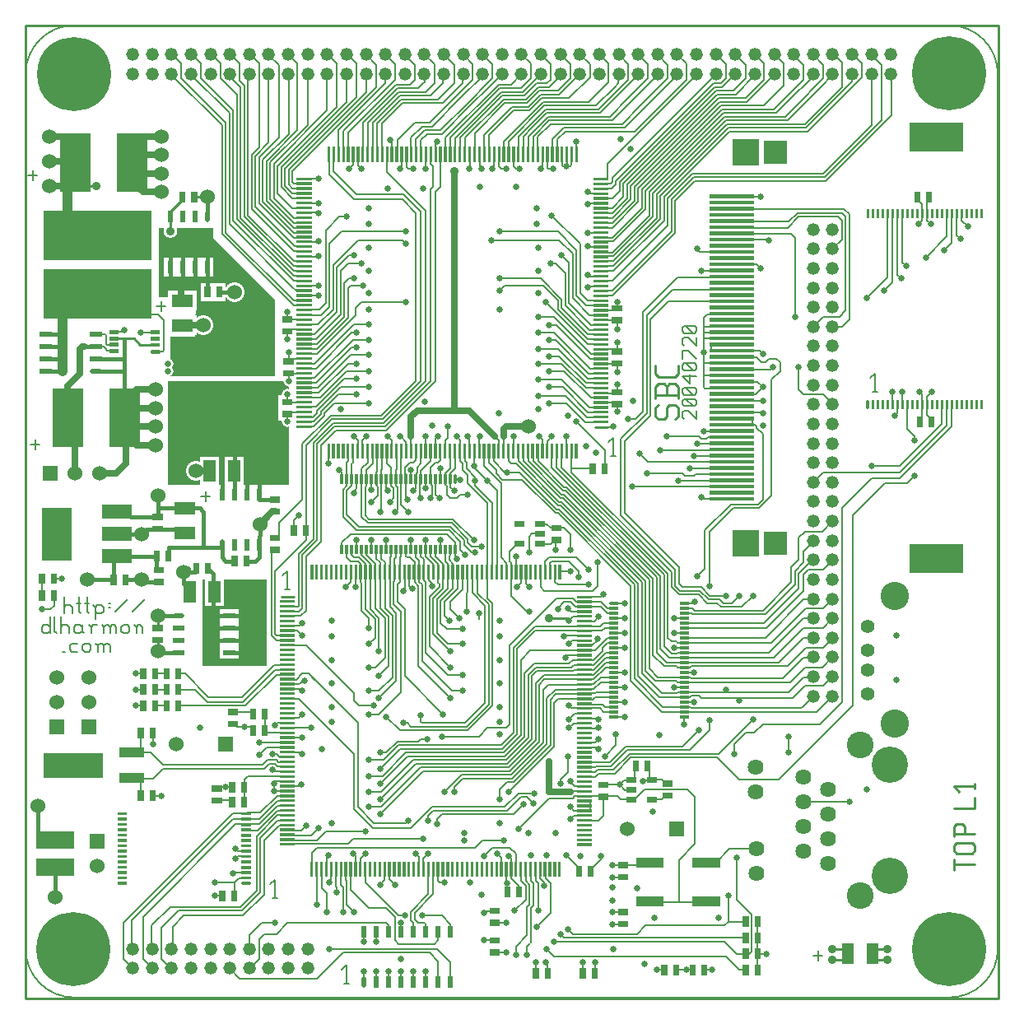
<source format=gbr>
G04 Title: (unknown), layergroup #2 *
G04 Creator: pcb-bin 1.99p *
G04 CreationDate: Sat Nov 20 18:57:41 2004 UTC *
G04 For: clock *
G04 Format: Gerber/RS-274X *
G04 PCB-Dimensions: 394051 394051 *
G04 PCB-Coordinate-Origin: lower left *
%MOIN*%
%FSLAX24Y24*%
G04 contains layers component (3) GND-comp (4) Vcc-comp (5) *
%IPPOS*%
%ADD11C,0.0070*%
%ADD12C,0.0270*%
%ADD13C,0.0250*%
%ADD14C,0.0450*%
%ADD15C,0.0100*%
%ADD16C,0.0300*%
%ADD17C,0.0400*%
%ADD18C,0.0600*%
%ADD19C,0.0150*%
%ADD20C,0.0350*%
%ADD21R,0.0710X0.0710*%
%ADD22R,0.1010X0.1010*%
%ADD23C,0.0200*%
%ADD24C,0.0080*%
%ADD25R,0.0240X0.0240*%
%ADD26R,0.0540X0.0540*%
%ADD27C,0.0060*%
%ADD28C,0.0110*%
%ADD29C,0.0410*%
%ADD30R,0.0110X0.0110*%
%ADD31R,0.0410X0.0410*%
%ADD32C,0.0500*%
%ADD33R,0.0200X0.0200*%
%ADD34R,0.0500X0.0500*%
%ADD35C,0.0120*%
%ADD36C,0.0420*%
%ADD37R,0.0120X0.0120*%
%ADD38R,0.0420X0.0420*%
%ADD39R,0.0600X0.0600*%
%ADD40R,0.0900X0.0900X0.0600X0.0600*%
%ADD41R,0.0900X0.0900*%
%ADD42C,0.0900X0.0600*%
%ADD43C,0.0900*%
%ADD44R,0.1230X0.1230*%
%ADD45R,0.1530X0.1530*%
%ADD46R,0.0290X0.0290*%
%ADD47C,0.0520*%
%AMTHERM1*7,0,0,0.0720,0.0520,0.0110,45*%
%ADD48THERM1*%
%ADD49C,0.0720X0.0520*%
%ADD50C,0.0720*%
%AMTHERM2*7,0,0,0.0900,0.0600,0.0150,45*%
%ADD51THERM2*%
%ADD52C,0.3000*%
%ADD53C,0.3200X0.3000*%
%ADD54C,0.3200*%
%ADD55R,0.0470X0.0470*%
%ADD56R,0.0490X0.0490*%
%ADD57R,0.0790X0.0790*%
%ADD58R,0.0150X0.0150*%
%ADD59R,0.0450X0.0450*%
%ADD60C,0.1080*%
%ADD61C,0.0230*%
%AMTHERM3*7,0,0,0.1280,0.1080,0.0230,45*%
%ADD62THERM3*%
%ADD63C,0.1280X0.1080*%
%ADD64C,0.1280*%
%ADD65C,0.0640*%
%ADD66C,0.0840X0.0640*%
%ADD67C,0.0840*%
%AMTHERM4*7,0,0,0.0840,0.0640,0.0120,45*%
%ADD68THERM4*%
%ADD69C,0.1470*%
%ADD70C,0.1670X0.1470*%
%ADD71C,0.1670*%
%ADD72C,0.0145*%
%AMTHERM5*7,0,0,0.0840,0.0640,0.0145,45*%
%ADD73THERM5*%
%ADD74C,0.1150*%
%AMTHERM6*7,0,0,0.1350,0.1150,0.0120,45*%
%ADD75THERM6*%
%ADD76C,0.1350X0.1150*%
%ADD77C,0.1350*%
%ADD78C,0.0560*%
%ADD79C,0.0720X0.0560*%
%ADD80C,0.0800X0.0560*%
%ADD81C,0.0800*%
%AMTHERM7*7,0,0,0.0800,0.0560,0.0100,45*%
%ADD82THERM7*%
%ADD83C,0.0160*%
%ADD84C,0.0460*%
%ADD85R,0.0160X0.0160*%
%ADD86R,0.0460X0.0460*%
%ADD87R,0.2000X0.2000*%
%ADD88R,0.2200X0.2200*%
%ADD89R,0.2350X0.2350*%
%ADD90R,0.1100X0.1100*%
%ADD91R,0.1300X0.1300X0.1100X0.1100*%
%ADD92R,0.1300X0.1300*%
%ADD93R,0.0950X0.0950*%
%ADD94R,0.1150X0.1150X0.0950X0.0950*%
%ADD95R,0.1150X0.1150*%
%ADD96R,0.1180X0.1180*%
%ADD97R,0.1380X0.1380*%
%ADD98R,0.0400X0.0400*%
%ADD99R,0.1000X0.1000*%
%ADD100R,0.1200X0.1200*%
%ADD101R,0.0300X0.0300*%
%ADD102R,0.0250X0.0250*%
%ADD103R,0.0170X0.0170*%
%ADD104R,0.0560X0.0560*%
%ADD105R,0.0860X0.0860*%
%ADD106R,0.1220X0.1220*%
%ADD107R,0.1520X0.1520*%
%ADD108R,0.0800X0.0800*%
%ADD109C,0.0084*%
%ADD110C,0.0092*%
%ADD111C,0.0450X0.0250*%
%ADD112C,0.0125*%
%AMTHERM8*7,0,0,0.0800,0.0600,0.0125,45*%
%ADD113THERM8*%
%ADD114C,0.0800X0.0600*%
%ADD115C,0.0075*%
%AMTHERM9*7,0,0,0.0450,0.0250,0.0075,45*%
%ADD116THERM9*%
%ADD117C,0.0360*%
%ADD118C,0.0560X0.0360*%
%AMTHERM10*7,0,0,0.0560,0.0360,0.0080,45*%
%ADD119THERM10*%
%LNGROUP_1*%
%LPD*%
G01X0Y0D02*
G54D15*G36*
X5400Y31205D02*Y28405D01*
X6900D01*
Y26805D01*
X5850D01*
Y25205D01*
X10100D01*
Y28305D01*
X7600Y30805D01*
Y31205D01*
X5400D01*
G37*
G36*
X5750Y25005D02*X10650D01*
Y20805D01*
X5750D01*
Y25005D01*
G37*
G36*
X9750Y16955D02*X7150D01*
Y13455D01*
X9750D01*
Y16955D01*
G37*
G36*
X7900Y26605D02*X6850D01*
Y27705D01*
X7900D01*
Y26605D01*
G37*
G36*
X9150Y27955D02*X8100D01*
Y29105D01*
X9150D01*
Y27955D01*
G37*
%LNCUTS*%
%LPC*%
G54D20*X7850Y28605D02*X8450D01*
G54D16*X5850Y31055D02*Y31855D01*
G54D14*X7200Y27255D02*X6350D01*
X7350Y30355D02*X7150Y30555D01*
X5750Y25405D03*
Y25705D03*
G54D78*X5850Y31055D03*
G54D81*X8450Y28605D03*
X7200Y27255D03*
X7150Y30555D03*
G54D57*X6170Y28255D02*X6530D01*
X6170Y27255D02*X6530D01*
G54D26*X7840Y28695D02*Y28515D01*
X7360Y28695D02*Y28515D01*
G54D34*X5850Y29755D02*Y29475D01*
X6350Y29755D02*Y29475D01*
X6850Y29755D02*Y29475D01*
X7350Y29755D02*Y29475D01*
G54D14*X6900Y21355D02*X7450D01*
G54D12*X11030Y24135D02*X10710D01*
X11030Y23745D02*X10710D01*
X10700Y23755D01*
X10600Y23355D02*Y23655D01*
X10710Y24135D02*X10700Y24145D01*
X10650Y25005D02*Y25305D01*
X10600Y24455D02*Y24155D01*
G54D81*X8100Y23005D03*
G54D14*X10600Y23355D03*
X10650Y25005D03*
X10600Y24455D03*
G54D81*X6900Y21355D03*
G54D57*X8450Y21535D02*Y21175D01*
X7450Y21535D02*Y21175D01*
G54D26*X10510Y24145D02*X10690D01*
X10510Y23665D02*X10690D01*
G54D20*X8380Y14025D02*X8400Y14005D01*
G54D81*X9200D03*
G54D57*X7650Y16635D02*Y16275D01*
G54D34*X8100Y14005D02*X8380D01*
X8100Y14505D02*X8380D01*
X8100Y15005D02*X8380D01*
X8100Y15505D02*X8380D01*
G54D14*X7200Y27255D02*X6350D01*
G54D81*X7200D03*
G54D57*X6170D02*X6530D01*
G54D20*X7850Y28605D02*X8450D01*
G54D81*D03*
G54D26*X7840Y28695D02*Y28515D01*
%LNTRACKS*%
%LPD*%
G54D15*G36*
X8700Y14505D02*X9750D01*
Y13455D01*
X8700D01*
Y14505D01*
G37*
G36*
X6550Y31055D02*X7600D01*
Y30105D01*
X6550D01*
Y31055D01*
G37*
G36*
X7550Y23605D02*X8750D01*
Y22555D01*
X7550D01*
Y23605D01*
G37*
G54D11*X16300Y7405D02*Y7205D01*
X36000Y22605D02*Y22755D01*
X35700Y20855D02*X36000Y21155D01*
X34800Y20855D02*X35700D01*
X33500Y19555D02*X34800Y20855D01*
X33500Y11855D02*Y19555D01*
X30500Y8855D02*X33500Y11855D01*
X28900Y8855D02*X30500D01*
X28000Y9755D02*X28900Y8855D01*
X24500Y9755D02*X28000D01*
X23850Y9105D02*X24500Y9755D01*
X23200Y9105D02*X23850D01*
X23070Y8975D02*X23200Y9105D01*
X22870Y8975D02*X23070D01*
G54D15*X6830Y32455D02*X7350D01*
G54D11*X17200Y21455D02*Y21655D01*
X27700Y18905D02*Y16705D01*
X27793Y23205D02*X27777Y23221D01*
X4660Y9966D02*X4650Y9956D01*
X4660Y10805D02*Y9966D01*
X5150Y8905D02*X4600D01*
X5550Y9305D02*X5150Y8905D01*
X9650Y9305D02*X5550D01*
X5050Y9955D02*X4583D01*
X5550Y9455D02*X5050Y9955D01*
X9600Y9455D02*X5550D01*
X16600Y21705D02*X16700D01*
X16400Y21505D02*X16600Y21705D01*
X1450Y17005D02*X1140D01*
X650Y16305D02*Y16995D01*
X22950Y16505D02*X21000D01*
X10860Y18955D02*Y19365D01*
X22400Y17305D02*X22000Y17705D01*
X22400Y17055D02*Y17305D01*
X22300Y17855D02*X22800Y17355D01*
X21200Y17855D02*X22300D01*
X24100Y8055D02*X24650D01*
X21650Y8705D02*Y8855D01*
X21950Y9805D02*Y9155D01*
X23900Y10255D02*X23450Y9805D01*
X23900Y10705D02*Y10255D01*
X27500Y17405D02*X27200Y17105D01*
X27500Y18955D02*Y17405D01*
X26450Y17455D02*Y16805D01*
X24250Y19655D02*X26450Y17455D01*
X24250Y22555D02*Y19655D01*
X24100Y19555D02*X26300Y17355D01*
X24100Y22655D02*Y19555D01*
X26150Y17255D02*Y16655D01*
X26600Y10205D02*X27250Y10855D01*
X24300Y10205D02*X26600D01*
X23660Y9565D02*X24300Y10205D01*
X22870Y9565D02*X23660D01*
X19750Y7455D02*X20150Y7855D01*
X19500Y7605D02*X20050Y8155D01*
X16850Y7455D02*X19750D01*
X16650Y7255D02*X16850Y7455D01*
X16650Y7055D02*Y7255D01*
X14100Y7105D02*X15400D01*
X13450Y7755D02*X14100Y7105D01*
X13450Y11155D02*Y7755D01*
X28500Y6055D02*X27950Y5505D01*
X13300Y9905D02*Y7655D01*
X19400Y7755D02*X16450D01*
X20050Y8155D02*X20300D01*
X20550Y7905D01*
X14350Y9955D02*X14600D01*
X11070Y12135D02*X13300Y9905D01*
X19950Y8305D02*X19400Y7755D01*
X20600Y8305D02*X19950D01*
X13500Y11855D02*X14100D01*
X15100Y10255D02*X14500Y9655D01*
X27777Y26471D02*Y26221D01*
X27000Y15555D02*X26950Y15605D01*
X29950Y15555D02*X27000D01*
X31150Y16755D02*X29950Y15555D01*
X29850Y15705D02*X27100D01*
X31000Y16855D02*X29850Y15705D01*
X28000Y16005D02*X28150Y15855D01*
X27600Y16005D02*X28000D01*
X27250Y16355D02*X27600Y16005D01*
X26450Y16355D02*X27250D01*
X28900Y12055D02*Y12155D01*
X28600Y16005D02*X28900Y16305D01*
X28250Y16005D02*X28600D01*
X28100Y16155D02*X28250Y16005D01*
X27650Y16155D02*X28100D01*
X26300Y16705D02*X26500Y16505D01*
X27300D01*
X27650Y16155D01*
X27350Y12155D02*X27250Y12255D01*
X31050Y12155D02*X27350D01*
X31550Y12655D02*X31050Y12155D01*
X26600Y16655D02*X27350D01*
X27700Y16305D02*X27350Y16655D01*
X26450Y16805D02*X26600Y16655D01*
X26150D02*X26450Y16355D01*
X25150Y23705D02*X24100Y22655D01*
X26300Y17355D02*Y16705D01*
X25300Y23605D02*X24250Y22555D01*
X27777Y24971D02*X29633D01*
G54D13*X17950Y23805D02*X19000Y22755D01*
G54D11*X29633Y24971D02*X29850Y24755D01*
X22110Y21295D02*X26150Y17255D01*
X22110Y21905D02*Y21295D01*
X21500Y19805D02*X20000Y21305D01*
X16400Y20855D02*Y21505D01*
X17200Y21705D02*Y21905D01*
X24400Y23455D02*X24700D01*
X27777Y24471D02*X29566D01*
X17000Y22605D02*Y21915D01*
X17100Y22705D02*X17000Y22605D01*
X17100Y23155D02*Y22705D01*
X11200Y20205D02*Y22455D01*
X14450Y23455D02*X12400D01*
X15250Y32355D02*X15800Y31805D01*
X13300Y32355D02*X15250D01*
X12280Y33375D02*X13300Y32355D01*
X12280Y34425D02*Y33375D01*
X11350Y18555D02*Y22405D01*
X11650Y23155D02*X12100Y23605D01*
X15300Y32555D02*X16000Y31855D01*
X13400Y32555D02*X15300D01*
X12470Y33485D02*X13400Y32555D01*
X12470Y34425D02*Y33485D01*
X12450Y23305D02*X14500D01*
X16200Y31905D02*Y25005D01*
X14640Y33465D02*X16200Y31905D01*
X14640Y34425D02*Y33465D01*
X16800Y33855D02*Y33555D01*
Y34425D02*Y33855D01*
X16400Y32755D02*X16380Y24985D01*
X16600Y20405D02*Y21165D01*
X28650Y19855D02*X27700Y18905D01*
X29700Y19855D02*X28650D01*
X30200Y20355D02*X29700Y19855D01*
X30200Y25055D02*Y20355D01*
X30550Y25405D02*X30200Y25055D01*
X30550Y25755D02*Y25405D01*
X30400Y25905D02*X30550Y25755D01*
X30100Y25905D02*X30400D01*
X29950Y25755D02*X30100Y25905D01*
X29800Y25755D02*X29950D01*
X29600Y25955D02*X29800Y25755D01*
X27777Y25955D02*X29600D01*
X24800Y13055D02*Y16805D01*
X31500Y24455D02*X32300D01*
X31300Y24655D02*X31500Y24455D01*
X31300Y25555D02*Y24655D01*
X30166Y25471D02*X30250Y25555D01*
X27777Y25471D02*X30166D01*
X25050Y8455D02*X26800D01*
X22100Y21455D02*X22950D01*
X27850Y37055D02*X28150D01*
X7650Y4705D02*X8450D01*
X8440Y5095D02*X8400Y5055D01*
X9050Y5095D02*X8440D01*
X21920Y33725D02*X21900Y33705D01*
X21920Y34425D02*Y33725D01*
X22100Y33755D02*Y34425D01*
X22050Y33705D02*X22100Y33755D01*
X21750Y33705D02*X22050D01*
X21720Y33735D02*X21750Y33705D01*
X21720Y34425D02*Y33735D01*
X16750Y20255D02*X16600Y20405D01*
X16800Y21155D02*Y21455D01*
X27777Y30971D02*X30983D01*
X13950Y17605D02*Y15755D01*
X17200Y21655D02*Y21755D01*
X25300Y27505D02*Y23605D01*
X26016Y28221D02*X25300Y27505D01*
X27777Y28221D02*X26016D01*
G54D13*X15600Y23555D02*X15850Y23805D01*
G54D11*X25150Y27655D02*Y23705D01*
X26200Y28705D02*X25150Y27655D01*
X27777Y28705D02*X26200D01*
X24700Y23455D02*X25000Y23755D01*
Y27805D02*Y23755D01*
X26400Y29205D02*X25000Y27805D01*
X27777Y29205D02*X26400D01*
X37107Y23262D02*X35400Y21555D01*
X37107Y23916D02*Y23262D01*
X30900Y9955D02*Y10605D01*
X33050Y19855D02*Y12005D01*
X34250Y21055D02*X33050Y19855D01*
X35400Y21055D02*X34250D01*
X27777Y22455D02*X27200D01*
X14250Y20355D02*X14000Y20105D01*
X10150Y9655D02*X9800D01*
X36300Y23495D02*X36250Y23445D01*
X36300Y23916D02*Y23495D01*
X32677Y31137D02*X32632D01*
X17600Y21005D02*X17400Y21055D01*
X36300Y24455D02*X36200Y24555D01*
X36300Y23905D02*Y24455D01*
X37907Y31497D02*X38150Y31255D01*
X37907Y31905D02*Y31497D01*
X37707Y30897D02*X37850Y30755D01*
X37707Y31908D02*Y30897D01*
X37507Y30612D02*X37200Y30305D01*
X37507Y31908D02*Y30612D01*
X37307Y30862D02*X36450Y30005D01*
X37307Y31908D02*Y30862D01*
X36307Y32167D02*X36110Y32365D01*
X36307Y31908D02*Y32167D01*
X27917Y3905D02*X24950D01*
X29600Y6055D02*X28500D01*
X11450Y13155D02*X11700Y12905D01*
X26950Y15605D02*X26800D01*
X36300Y31505D02*X36150Y31355D01*
X36300Y31905D02*Y31505D01*
X36150Y31355D02*Y31405D01*
X35507Y29797D02*X35650Y29655D01*
X35507Y31905D02*Y29797D01*
X35307Y29297D02*X35450Y29155D01*
X35307Y31905D02*Y29297D01*
X35107Y29012D02*X34750Y28655D01*
X35107Y31908D02*Y29012D01*
X34907Y29212D02*X34050Y28355D01*
X34907Y31908D02*Y29212D01*
X31889Y22476D02*Y22494D01*
X35700Y23505D02*Y23916D01*
Y23055D02*Y23555D01*
X19750Y21905D02*Y22755D01*
X27100Y8155D02*Y6255D01*
G54D13*X976Y34905D02*X2476D01*
X976Y33905D02*X2476D01*
X976Y32905D02*X2476D01*
G54D17*X1700Y30886D02*Y33205D01*
G54D19*X9300Y17705D02*X9450Y17855D01*
G54D11*X28450Y35255D02*X25700Y32505D01*
Y31555D01*
X25550Y31605D02*Y32555D01*
X28400Y35405D01*
X4450Y11855D02*X4750D01*
X4450Y12505D02*X4760D01*
X4450Y13155D02*X4760D01*
X8900Y11855D02*X6200D01*
X10150Y13105D02*X8900Y11855D01*
X10350Y13105D02*X10150D01*
G54D13*X6550Y17355D02*X6450Y17255D01*
G54D11*X10100Y13305D02*X10350D01*
X8800Y12005D02*X10100Y13305D01*
X10050Y13505D02*X10350D01*
X8750Y12205D02*X10050Y13505D01*
X7400Y12205D02*X8750D01*
X15200Y20005D02*Y21905D01*
X15500Y19705D02*X15200Y20005D01*
G54D15*X32650Y1555D02*X33300D01*
X32650Y2005D02*X33300D01*
G54D11*X19600Y17705D02*Y18105D01*
X19920Y18425D01*
X14800Y20755D02*X14900Y20655D01*
X14800Y21155D02*Y20755D01*
X33050Y27205D02*X32681D01*
X9460Y10365D02*X9450Y10355D01*
X10350Y10365D02*X9460D01*
X8410Y11595D02*X8400Y11605D01*
X9200Y11595D02*X8410D01*
X25400Y31655D02*Y32605D01*
X28350Y35555D01*
X9690Y10765D02*Y11605D01*
X9700Y10755D02*X9690Y10765D01*
X10350Y10755D02*X9700D01*
G54D19*X500Y6755D02*X850Y6405D01*
G54D11*X10100Y9505D02*X9850D01*
G54D19*X5800Y17965D02*X5790Y17955D01*
X7950Y20535D02*Y21055D01*
G54D11*X18350Y15355D02*Y15605D01*
X22860Y16055D02*X22870Y16065D01*
X4583Y9955D02*X4582Y9956D01*
X9850Y9505D02*X9650Y9305D01*
X27100Y6255D02*X26450Y5605D01*
X17800Y11155D02*X16050D01*
X14900Y16855D02*Y15955D01*
G54D13*X19350Y23055D02*Y22755D01*
G54D11*X15000Y12855D02*X14300Y12155D01*
X15000Y14405D02*Y12855D01*
X13000Y17855D02*Y18055D01*
X15000Y15605D02*Y14405D01*
X14750Y15855D02*X15000Y15605D01*
X14750Y17855D02*Y15855D01*
X14850Y13005D02*X14300Y12455D01*
X14850Y14355D02*Y13005D01*
X13150Y17705D02*X13000Y17855D01*
X14850Y15505D02*Y14355D01*
X14550Y15805D02*X14850Y15505D01*
X14550Y17655D02*Y15805D01*
X14700Y14255D02*Y13455D01*
X13450Y17705D02*X13150D01*
X14700Y15455D02*Y14255D01*
X14350Y15805D02*X14700Y15455D01*
X14350Y17655D02*Y15805D01*
X14550Y13805D02*X14150Y13405D01*
X14550Y14205D02*Y13805D01*
X13560Y17595D02*X13450Y17705D01*
X14550Y15405D02*Y14205D01*
X14150Y15805D02*X14550Y15405D01*
X19080Y20575D02*X18170Y21485D01*
X30200Y14405D02*X26400D01*
X26350Y13955D02*X26150D01*
X21500Y21885D02*X21520Y21905D01*
X26050Y13805D02*X25700Y14155D01*
X30300Y13805D02*X26050D01*
X25250Y31705D02*Y32655D01*
X22300Y16055D02*X22860D01*
X26400Y12805D02*X30950D01*
X26350Y12855D02*X25500D01*
X25250Y13355D02*X25600Y13005D01*
X26350Y13455D02*X25850D01*
X26400Y13405D02*X26350Y13455D01*
X31500Y13805D02*X30650Y12955D01*
X25850Y13455D02*X25400Y13905D01*
X13560Y17505D02*Y17595D01*
X19950Y21895D02*X19940Y21905D01*
X26900Y12205D02*X26950Y12255D01*
X28350Y12505D02*Y12405D01*
X30900D02*X31500Y13005D01*
X14300Y11505D02*X13900D01*
X25650Y12205D02*X24800Y13055D01*
X15200Y12405D02*X14300Y11505D01*
X25800Y11805D02*X24650Y12955D01*
X26350Y12355D02*X26400Y12405D01*
X25750Y11605D02*X24500Y12855D01*
X32042Y11605D02*X25750D01*
X7750Y8015D02*X8350D01*
X25250Y32655D02*X28300Y35705D01*
X8850Y8855D02*Y7955D01*
X8980Y8985D02*X8850Y8855D01*
X10350Y8985D02*X8980D01*
X8600Y5755D02*X8500Y5655D01*
X9060Y5755D02*X8600D01*
X25100Y31955D02*Y32705D01*
X28250Y35855D01*
X9050Y4875D02*X8620D01*
X8450Y4165D02*X8440Y4155D01*
X8620Y4875D02*X8450Y4705D01*
Y4165D01*
X9400Y6805D02*X8850D01*
X10200Y7605D02*X9400Y6805D01*
X10350Y7605D02*X10200D01*
X4750Y1584D02*X5118Y1216D01*
X4750Y3305D02*Y1584D01*
X8500Y7055D02*X4750Y3305D01*
X9450Y7055D02*X8500D01*
X10200Y7805D02*X9450Y7055D01*
X10350Y7805D02*X10200D01*
X4300Y3155D02*Y1955D01*
X8400Y7255D02*X4300Y3155D01*
X9450Y7255D02*X8400D01*
X10200Y8005D02*X9450Y7255D01*
X10350Y8005D02*X10200D01*
X3950Y1596D02*X4330Y1216D01*
X3950Y3055D02*Y1596D01*
X8400Y7505D02*X3950Y3055D01*
X9510Y7515D02*X8400Y7505D01*
X10200Y8205D02*X9510Y7515D01*
X10350Y8195D02*X10200Y8205D01*
X24250Y5405D02*X24950D01*
G54D19*X8940Y17705D02*X9300D01*
G54D11*X24950Y32005D02*Y32755D01*
X15750Y3205D02*X15900Y3055D01*
X15750Y3455D02*Y3205D01*
X16510Y4215D02*X15750Y3455D01*
X15600Y3155D02*X15700Y3055D01*
X15600Y3505D02*Y3155D01*
X16310Y4215D02*X15600Y3505D01*
X15550Y17855D02*X15750Y17655D01*
X15450Y17855D02*X15550D01*
X15400Y17905D02*X15450Y17855D01*
X15400Y18055D02*Y17905D01*
X15930Y16875D02*X16050Y16755D01*
G54D15*X21900Y15405D02*X22000Y15305D01*
G54D11*X15200Y15655D02*X14900Y15955D01*
X24950Y32755D02*X28200Y36005D01*
X24800Y32255D02*Y32805D01*
X16120Y16935D02*X16200Y16855D01*
X17850Y11005D02*X15600D01*
G54D13*Y22755D02*Y23555D01*
G54D11*X24800Y32805D02*X28150Y36155D01*
X29300Y1805D02*X29400Y1905D01*
X28800Y1805D02*X29300D01*
X16850Y3355D02*X17200Y3005D01*
X16050Y3355D02*X16850D01*
X15100D02*X15350D01*
X13750Y4705D02*X15100Y3355D01*
X13750Y5005D02*Y4705D01*
X16700Y2355D02*Y2805D01*
X16550Y2205D02*X16700Y2355D01*
X15100Y2205D02*X16550D01*
X14950Y2355D02*X15100Y2205D01*
X14950Y3305D02*Y2355D01*
X14600Y3655D02*X14950Y3305D01*
X13900Y3655D02*X14600D01*
X13160Y4395D02*X13900Y3655D01*
X13160Y4985D02*Y4395D01*
X12950Y4805D02*Y4985D01*
X13000Y4755D02*X12950Y4805D01*
X13000Y3805D02*Y4755D01*
X13300Y3505D02*X13000Y3805D01*
X12750Y4605D02*Y5005D01*
X12850Y4505D02*X12750Y4605D01*
X12850Y3505D02*Y4505D01*
X18640Y3545D02*X18550Y3455D01*
X18910Y3545D02*X18640D01*
X16510Y4985D02*Y4215D01*
X15700Y3055D02*Y2835D01*
X15750Y17655D02*Y16855D01*
X16310Y5005D02*Y4215D01*
X14700Y1105D02*Y515D01*
X13700Y1105D02*Y515D01*
X15700Y1105D02*Y515D01*
X15200Y1105D02*Y515D01*
X11600Y5905D02*Y4985D01*
X11800Y6105D02*X11600Y5905D01*
X18200Y6105D02*X11800D01*
X18500Y6405D02*X18200Y6105D01*
X19350Y6405D02*X18500D01*
X13700Y2305D02*Y2795D01*
X24650Y32305D02*Y32855D01*
X12200Y3505D02*Y4255D01*
X11980Y4985D02*Y4475D01*
X11800Y3805D02*Y4985D01*
X14200Y1105D02*Y515D01*
X12200Y4255D02*X11980Y4475D01*
X16200Y515D02*Y1105D01*
X12600Y4505D02*Y4305D01*
X12570Y4535D02*X12600Y4505D01*
X12570Y5485D02*Y4535D01*
X12600Y4305D02*X12550Y4355D01*
X13050Y6255D02*X10350D01*
X13250Y6455D02*X13050Y6255D01*
X16100Y6455D02*X13250D01*
X11800Y6405D02*X10350D01*
X12150Y6755D02*X11800Y6405D01*
X13750Y6755D02*X12150D01*
X11550Y6605D02*X10350D01*
X11850Y6905D02*X11550Y6605D01*
X11150Y6805D02*X10350D01*
X11350Y7005D02*X11150Y6805D01*
X12180Y5735D02*X12250Y5805D01*
X12180Y5005D02*Y5735D01*
X24650Y32855D02*X28100Y36305D01*
X24500Y32355D02*Y32905D01*
X13350Y5755D02*X13250Y5855D01*
X13350Y5005D02*Y5755D01*
X24500Y32905D02*X28050Y36455D01*
X24350Y32405D02*Y32955D01*
X28000Y36605D01*
X24200Y32455D02*Y33005D01*
X15920Y5735D02*X15800Y5855D01*
X15920Y4985D02*Y5735D01*
X19250Y5705D02*Y4985D01*
X19100Y5855D02*X19250Y5705D01*
X18900Y6105D02*X18550Y5755D01*
X19600Y6105D02*X18900D01*
X19850Y5855D02*X19600Y6105D01*
X19850Y4985D02*Y5855D01*
X21000Y4705D02*Y4555D01*
X20840Y4865D02*X21000Y4705D01*
X20840Y4985D02*Y4865D01*
X21250Y3455D02*Y4655D01*
X20700Y2905D02*X21250Y3455D01*
Y4655D02*X21050Y4855D01*
X20250Y4755D02*X20400Y4605D01*
X20050Y4985D02*Y4755D01*
X20250D02*Y4985D01*
Y4555D02*Y4005D01*
X19800Y3555D01*
X20050Y4755D02*X20250Y4555D01*
X20400Y3805D02*Y4605D01*
X20300Y3705D02*X20400Y3805D01*
X20300Y2555D02*Y3705D01*
X20450Y4755D02*Y4985D01*
X20550Y4655D02*X20450Y4755D01*
X20550Y3755D02*Y4655D01*
X20450Y3655D02*X20550Y3755D01*
X20450Y2255D02*Y3655D01*
X20650Y4755D02*Y4985D01*
X20750Y4655D02*X20650Y4755D01*
X20750Y3855D02*Y4655D01*
Y3555D02*Y3855D01*
X22400Y5305D02*X21900Y5805D01*
X22400Y5245D02*Y5305D01*
X19500Y4315D02*X19460Y4305D01*
X19500Y4655D02*Y4315D01*
X19510Y4665D02*X19450Y4705D01*
X15750Y16855D02*X15900Y16705D01*
X25550Y1155D02*X25850D01*
X24190Y4905D02*X24200Y4915D01*
X23750Y4905D02*X24190D01*
X23750Y3505D02*X24200D01*
X22550Y1065D02*X22560Y1055D01*
X22550Y1455D02*Y1065D01*
X20650Y1015D02*X20660Y1005D01*
X20650Y1455D02*Y1015D01*
X22870Y14295D02*X22940D01*
X13600Y16805D02*X13550Y16855D01*
X22940Y14295D02*X23150Y14505D01*
Y14555D01*
X23190Y10945D02*X23200Y10955D01*
X22870Y10945D02*X23190D01*
X23170Y11335D02*X23200Y11305D01*
X22870Y11335D02*X23170D01*
X22200Y7405D02*X22050Y7255D01*
X22850Y7405D02*X22200D01*
X11050Y11355D02*X11200Y11505D01*
X10400Y11355D02*X11050D01*
X11080Y15085D02*X11200Y15205D01*
X10350Y15085D02*X11080D01*
X16200Y20655D02*Y21155D01*
G54D19*X5850Y30205D02*Y29105D01*
G54D11*X16200Y21905D02*Y22755D01*
X13640Y22595D02*X13800Y22755D01*
X13640Y21905D02*Y22595D01*
X23550Y27455D02*X23940D01*
X10600Y23355D02*Y23655D01*
Y26705D02*Y27015D01*
X10710Y23745D02*X10700Y23755D01*
X11030Y23745D02*X10710D01*
X10670Y27085D02*X10650Y27105D01*
X11030Y27085D02*X10670D01*
X22810Y29245D02*X22750Y29305D01*
X23550Y29245D02*X22810D01*
X22820Y32585D02*X22750Y32655D01*
X23550Y32585D02*X22820D01*
X23940Y27455D02*X23950Y27465D01*
X23930Y24125D02*X23950Y24105D01*
X23500Y24125D02*X23930D01*
X23950Y23755D02*Y24105D01*
Y27105D02*Y27455D01*
X18370Y21905D02*Y22725D01*
X18400Y22755D01*
X24200Y33005D02*X27950Y36755D01*
X17700Y21655D02*X17600Y21755D01*
X24050Y32705D02*Y33055D01*
X27900Y36905D01*
X20550Y21885D02*X20530Y21905D01*
X20930Y22625D02*X20800Y22755D01*
X20650Y14905D02*X20600Y14855D01*
X22370Y14885D02*X22120D01*
X21830Y14685D02*X21800Y14655D01*
X18700Y10955D02*X19450D01*
X27200Y30305D02*Y30355D01*
X13000Y21205D02*Y20755D01*
X13200D02*X13000Y20555D01*
X18700Y20055D02*X17900Y20855D01*
X21300Y21505D02*Y21885D01*
X25700Y17105D02*X21300Y21505D01*
X25700Y14155D02*Y17105D01*
X16500Y17525D02*X16520Y17505D01*
X16200Y17905D02*X16500Y17605D01*
X16200Y18555D02*Y17905D01*
X16500Y17605D02*Y17525D01*
X14000Y18555D02*Y18055D01*
X20260Y16795D02*X20400Y16655D01*
X20260Y17505D02*Y16795D01*
X13550Y16855D02*Y17005D01*
X15800Y25005D02*X14400Y23605D01*
X12350D01*
X23900Y32955D02*Y33105D01*
X35307Y24055D02*Y23712D01*
X14000Y20605D02*Y21105D01*
X20930Y21905D02*Y22625D01*
X24250Y14805D02*X23700D01*
X24250Y12605D02*X23750D01*
X35307Y23712D02*X35200Y23605D01*
X11030Y30045D02*X11840D01*
X27777Y21971D02*X27083D01*
X13200Y21655D02*Y20755D01*
G54D13*X2000Y22605D02*Y21255D01*
G54D11*X20750Y21755D02*Y21905D01*
X21800Y20705D02*X20750Y21755D01*
X21900Y20705D02*X21800D01*
X13750Y19555D02*X13900Y19405D01*
X33050Y31805D02*X33200Y31655D01*
X31250Y31805D02*X33050D01*
X13460Y34425D02*Y33745D01*
X13600Y33605D01*
X16210Y34425D02*Y33615D01*
X16200Y33605D01*
X18380Y34425D02*Y33675D01*
X18450Y33605D01*
X20940Y34425D02*Y33695D01*
X20850Y33605D01*
X11030Y32205D02*X11850D01*
X11030Y28855D02*X11850D01*
X10230Y9575D02*X10150Y9655D01*
X10350Y9575D02*X10230D01*
X25600Y13005D02*X26900D01*
X25500Y12855D02*X25100Y13255D01*
X15050Y34755D02*Y34425D01*
X18300Y17495D02*X18290Y17505D01*
G54D19*X9500Y18755D02*Y19205D01*
X9450Y17855D02*Y18705D01*
G54D11*X21250Y10255D02*X19750Y8755D01*
X17650Y9055D02*X16950Y8355D01*
X17700Y8905D02*X17350Y8555D01*
X19700Y8905D02*X17700D01*
X21100Y10305D02*X19700Y8905D01*
X22870Y12125D02*X21570D01*
X21250Y12105D02*Y10255D01*
X21470Y12325D02*X21250Y12105D01*
X22870Y12325D02*X21470D01*
X21400Y11955D02*Y10205D01*
X21570Y12125D02*X21400Y11955D01*
X21100Y12155D02*Y10305D01*
X21450Y12505D02*X21100Y12155D01*
X22870Y12505D02*X21450D01*
X25650Y12205D02*X26900D01*
X19650Y9055D02*X17650D01*
X20950Y10355D02*X19650Y9055D01*
X20950Y12505D02*Y10355D01*
X21150Y12705D02*X20950Y12505D01*
X22870Y12705D02*X21150D01*
X16100Y9205D02*X14350Y7455D01*
X19600Y9205D02*X16100D01*
X20800Y10405D02*X19600Y9205D01*
X20800Y12705D02*Y10405D01*
X21010Y12915D02*X20800Y12705D01*
X23010Y12915D02*X21010D01*
X16000Y9355D02*X14400Y7755D01*
X19550Y9355D02*X16000D01*
X20650Y10455D02*X19550Y9355D01*
X20650Y12755D02*Y10455D01*
X21000Y13105D02*X20650Y12755D01*
X23000Y13105D02*X21000D01*
X19500Y9505D02*X15800D01*
X20500Y10505D02*X19500Y9505D01*
X20500Y13055D02*Y10505D01*
X20700Y13255D02*X20500Y13055D01*
X22150Y13255D02*X20700D01*
X22200Y13305D02*X22150Y13255D01*
X23000Y13305D02*X22200D01*
X15700Y9655D02*X14400Y8355D01*
X19450Y9655D02*X15700D01*
X20350Y10555D02*X19450Y9655D01*
X20350Y13105D02*Y10555D01*
X20650Y13405D02*X20350Y13105D01*
X22100Y13405D02*X20650D01*
X22200Y13505D02*X22100Y13405D01*
X23000Y13505D02*X22200D01*
X19400Y9805D02*X15450D01*
X20200Y10605D02*X19400Y9805D01*
X20200Y13155D02*Y10605D01*
X20600Y13555D02*X20200Y13155D01*
X22000Y13555D02*X20600D01*
X22150Y13705D02*X22000Y13555D01*
X22870Y13705D02*X22150D01*
X14450Y9005D02*X13900D01*
X15400Y9955D02*X14450Y9005D01*
X19350Y9955D02*X15400D01*
X20050Y10655D02*X19350Y9955D01*
X20050Y13705D02*Y10655D01*
X20440Y14095D02*X20050Y13705D01*
X22870Y14095D02*X20440D01*
X13200Y18055D02*Y17955D01*
X15150Y10105D02*X14350Y9305D01*
X19300Y10105D02*X15150D01*
X19900Y10705D02*X19300Y10105D01*
X19900Y14155D02*Y10705D01*
X20630Y14885D02*X19900Y14155D01*
G54D19*X6400Y17205D02*Y16805D01*
G54D11*X26450Y5605D02*Y3905D01*
X19250Y10255D02*X15100D01*
X19750Y10755D02*X19250Y10255D01*
X19750Y14205D02*Y10755D01*
X20620Y15075D02*X19750Y14205D01*
X23270Y15075D02*X20620D01*
X13750Y17605D02*X13500Y17855D01*
X14500Y9655D02*X13900D01*
X12850Y20605D02*Y19505D01*
X13200Y17955D02*X13300Y17855D01*
X21050Y4855D02*Y4985D01*
X22170Y15475D02*X22000Y15305D01*
X22850Y15475D02*X22170D01*
X17950Y36305D02*X18700Y37055D01*
X22870Y7205D02*X23190D01*
X23400Y7405D02*Y7805D01*
X24450Y9905D02*X28050D01*
X23970Y8185D02*X24100Y8055D01*
X21650Y8855D02*X21950Y9155D01*
X13300Y17855D02*X13500D01*
X18990Y2355D02*X19000Y2345D01*
X13750Y15755D02*Y17605D01*
X23400Y7795D02*Y8165D01*
X23200Y7205D02*X23400Y7405D01*
X19850Y2105D02*X20300Y2555D01*
X22870Y7595D02*Y8005D01*
X24050Y8655D02*X23400D01*
X24450Y8835D02*X24230D01*
X24050Y8655D01*
X16500Y32855D02*X16400Y32755D01*
X16500Y33705D02*Y32855D01*
X24450Y8445D02*X24260D01*
X24050Y8655D01*
X28450Y3105D02*Y4155D01*
X24650Y8835D02*Y9305D01*
X19460Y4985D02*Y4695D01*
X27010Y1155D02*X26340D01*
X31700Y17355D02*X32280D01*
X22220Y8585D02*X22050Y8755D01*
X22120Y14885D02*X22100Y14905D01*
X33200Y27855D02*X32950Y27605D01*
X15050Y19805D02*X14950Y19705D01*
X32300Y24455D02*X32700Y24055D01*
G54D13*X15850Y23805D02*X17950D01*
X21200Y8355D02*Y9605D01*
X17350Y33505D02*Y23805D01*
X22050Y8355D02*X21200D01*
G54D11*X19650Y16305D02*X20300Y15655D01*
X11950Y23755D02*X12650Y24455D01*
X13400D02*X12650D01*
X12100Y23605D02*Y23705D01*
X13000Y24455D02*X13400D01*
X11030Y23355D02*X11650D01*
X11950Y23655D01*
X11650Y22505D02*X12450Y23305D01*
X16200Y25005D02*X14500Y23305D01*
X11650Y18605D02*Y22505D01*
X12900Y25105D02*X13400D01*
X11750Y23955D02*X12900Y25105D01*
X11030Y23955D02*X11750D01*
X13000Y25405D02*X13900D01*
X11930Y24335D02*X13000Y25405D01*
X11030Y24335D02*X11930D01*
X13050Y25705D02*X13400D01*
X11870Y24525D02*X13050Y25705D01*
X11030Y24525D02*X11870D01*
X13150Y26055D02*X13900D01*
X11820Y24725D02*X13150Y26055D01*
X11030Y24725D02*X11820D01*
X13200Y26355D02*X13400D01*
X11770Y24925D02*X13200Y26355D01*
X11030Y24925D02*X11770D01*
X13250Y26655D02*X13900D01*
X11710Y25115D02*X13250Y26655D01*
X11050Y25115D02*X11710D01*
X13200Y26955D02*X13400D01*
X11750Y25505D02*X13200Y26955D01*
X11050Y25505D02*X11750D01*
X13300Y27305D02*X13900D01*
X11700Y25705D02*X13300Y27305D01*
X11050Y25705D02*X11700D01*
X21850Y20555D02*X21750D01*
X25400Y8055D02*X25760D01*
X13600Y28205D02*X15400D01*
X13350Y27955D02*X13600Y28205D01*
X13350Y27655D02*Y27955D01*
X11800Y26105D02*X13350Y27655D01*
X11050Y26105D02*X11800D01*
X13150Y28855D02*X13650D01*
X13050Y28755D02*X13150Y28855D01*
X13050Y27555D02*Y28755D01*
X11800Y26305D02*X13050Y27555D01*
X11050Y26305D02*X11800D01*
X13100Y29155D02*X13300D01*
X12900Y28955D02*X13100Y29155D01*
X12900Y27605D02*Y28955D01*
X11800Y26505D02*X12900Y27605D01*
X11030Y26505D02*X11800D01*
X13050Y29755D02*X13600D01*
X12750Y29455D02*X13050Y29755D01*
X12750Y27705D02*Y29455D01*
X11750Y26705D02*X12750Y27705D01*
X11050Y26705D02*X11750D01*
X13100Y30105D02*X13300D01*
X12600Y29605D02*X13100Y30105D01*
X12600Y27805D02*Y29605D01*
X11700Y26905D02*X12600Y27805D01*
X11050Y26905D02*X11700D01*
X15250Y30705D02*X15400Y30555D01*
X13450Y30705D02*X15250D01*
X12450Y29705D02*X13450Y30705D01*
X12450Y27905D02*Y29705D01*
X11830Y27285D02*X12450Y27905D01*
X11030Y27285D02*X11830D01*
X12800Y31055D02*X15400D01*
X12300Y30555D02*X12800Y31055D01*
X12300Y28005D02*Y30555D01*
X11970Y27675D02*X12300Y28005D01*
X11030Y27675D02*X11970D01*
X12700Y31655D02*X13000D01*
X12150Y31105D02*X12700Y31655D01*
X12150Y28155D02*Y31105D01*
X11900Y27905D02*X12150Y28155D01*
X11030Y27905D02*X11900D01*
X28450Y36155D02*X29900D01*
X30700Y37855D02*Y36955D01*
X9500Y6505D02*Y4305D01*
X22800Y25305D02*X21450Y26655D01*
X23550Y25305D02*X22800D01*
X21400Y26955D02*X20750D01*
X22850Y25505D02*X21400Y26955D01*
X23550Y25505D02*X22850D01*
X21800Y25405D02*X21200D01*
X22880Y24325D02*X21800Y25405D01*
X23550Y24325D02*X22880D01*
X21500Y27255D02*X21200D01*
X22860Y25895D02*X21500Y27255D01*
X23550Y25895D02*X22860D01*
X21400Y27605D02*X20750D01*
X22910Y26095D02*X21400Y27605D01*
X23550Y26095D02*X22910D01*
X22770Y26485D02*X21050Y28205D01*
X23550Y26485D02*X22770D01*
X19400Y28855D02*X19200Y28655D01*
X20950Y28855D02*X19400D01*
X21550Y28255D02*X20950Y28855D01*
X21550Y27905D02*Y28255D01*
X22770Y26685D02*X21550Y27905D01*
X23550Y26685D02*X22770D01*
X20850Y29155D02*X19200D01*
X21700Y28305D02*X20850Y29155D01*
X21700Y27955D02*Y28305D01*
X22770Y26885D02*X21700Y27955D01*
X23550Y26885D02*X22770D01*
X21450Y29755D02*X21250D01*
X21850Y29355D02*X21450Y29755D01*
X21850Y28055D02*Y29355D01*
X22830Y27075D02*X21850Y28055D01*
X23550Y27075D02*X22830D01*
X22000Y29805D02*X21700Y30105D01*
X22000Y28155D02*Y29805D01*
X22880Y27275D02*X22000Y28155D01*
X23550Y27275D02*X22880D01*
X21600Y30705D02*X18850D01*
X22150Y30155D02*X21600Y30705D01*
X22150Y28355D02*Y30155D01*
X22840Y27665D02*X22150Y28355D01*
X23550Y27665D02*X22840D01*
X21550Y31055D02*X19200D01*
X22300Y30305D02*X21550Y31055D01*
X22300Y28455D02*Y30305D01*
X22690Y28065D02*X22300Y28455D01*
X23550Y28065D02*X22690D01*
X21300Y31705D03*
X22450Y30555D02*X21300Y31705D01*
X22450Y28555D02*Y30555D01*
X22750Y28255D02*X22450Y28555D01*
X23550Y28255D02*X22750D01*
X20300Y15655D02*X20400D01*
X19150Y21905D02*Y22605D01*
X19350Y22755D02*Y22205D01*
X25760Y8055D02*X25910Y8205D01*
X15610Y22745D02*X15600Y22755D01*
X15610Y21905D02*Y22745D01*
X15200Y22755D02*X15150D01*
X15410Y22545D02*X15200Y22755D01*
X15410Y21905D02*Y22545D01*
X21750Y20555D02*X20550Y21755D01*
Y21905D01*
X21800Y20405D02*X21700D01*
X21400Y1705D02*X28350D01*
X21400D02*X21100Y2005D01*
X28900Y1155D02*X29150D01*
X22850Y9175D02*X23070D01*
X23150Y9255D01*
X28350Y1705D02*X28900Y1155D01*
X10650Y26155D02*Y25805D01*
X28300Y2305D02*X21400D01*
X23150Y9255D02*X23800D01*
X24450Y9905D01*
X27700Y10855D02*Y11255D01*
X28800Y1805D02*X28300Y2305D01*
X22870Y9355D02*X23050D01*
X10670Y25905D02*X10560Y25795D01*
X11030Y25905D02*X10670D01*
X17200Y3005D02*Y2835D01*
X21800Y2455D02*X21650Y2605D01*
X23050Y9355D02*X23100Y9405D01*
X23700D01*
X24350Y10055D01*
X26900D01*
X27700Y10855D01*
X29160Y2455D02*X21800D01*
X22150Y2605D02*X21950Y2805D01*
X23970Y8185D02*X22230D01*
X22150Y8105D01*
X24750Y2605D02*X22150D01*
X25100Y2955D02*X24750Y2605D01*
X22780Y30425D02*X22750Y30455D01*
X23550Y30425D02*X22780D01*
X22150Y8105D02*X21200D01*
X21700Y20405D02*X20350Y21755D01*
X22070Y8335D02*X22050Y8405D01*
X28300Y2955D02*X25100D01*
X28450Y3105D02*X28300Y2955D01*
X23800Y29455D02*X23550D01*
X25850Y31505D02*X23800Y29455D01*
X25850Y32455D02*Y31505D01*
X28500Y35105D02*X25850Y32455D01*
X25700Y31555D02*X23800Y29655D01*
X9650Y2605D02*X9450Y2405D01*
X35050Y35755D02*X32400Y33105D01*
X25550Y31605D02*X23800Y29855D01*
X10150Y2605D02*X9650D01*
X26150Y32355D02*Y31055D01*
X25400Y31655D02*X23800Y30055D01*
X10600Y3055D02*X10150Y2605D01*
X15200Y2835D02*Y3055D01*
X23750Y30205D02*X23570D01*
X25250Y31705D02*X23750Y30205D01*
X14600Y3055D02*X10600D01*
X14700Y2835D02*Y2955D01*
X25100Y31955D02*X23800Y30655D01*
X14700Y2955D02*X14600Y3055D01*
X6400Y3355D02*X5950Y2905D01*
X24950Y32005D02*X23750Y30805D01*
X27150Y37405D02*X23550Y33805D01*
X8800Y3355D02*X6400D01*
X23550Y24915D02*X22690D01*
X24500Y32355D02*X23750Y31605D01*
X21550Y26305D02*X20750D01*
X24350Y32405D02*X23750Y31805D01*
X22750Y25105D02*X21550Y26305D01*
X24200Y32455D02*X23750Y32005D01*
X23550Y25105D02*X22750D01*
X29160Y3105D02*X28450D01*
X20350Y21755D02*Y21905D01*
X31500Y7955D02*X33350D01*
X21750Y20255D02*X21650D01*
X23950Y26555D02*Y26255D01*
X22870Y8385D02*X22080D01*
X22050Y8355D01*
X10350Y9975D02*X11130D01*
X11200Y9905D01*
X19460Y4695D02*X19500Y4655D01*
X23500Y26285D02*X23870D01*
X23950Y26205D01*
X21650Y20255D02*X20150Y21755D01*
X19850Y1755D02*Y2105D01*
X20150Y21755D02*Y21905D01*
X10850Y28055D02*X7950Y30955D01*
Y35355D02*Y30955D01*
X10850Y28055D02*X11050D01*
X5905Y37399D02*X7950Y35355D01*
X5905Y37436D02*Y37399D01*
X10850Y28255D02*X11030D01*
X8100Y31005D02*X10850Y28255D01*
X8100Y35455D02*Y31005D01*
X6300Y37255D02*X8100Y35455D01*
X6300Y37855D02*Y37255D01*
X5931Y38224D02*X6300Y37855D01*
X5905Y38224D02*X5931D01*
X11090Y28655D02*X11100Y28665D01*
X10950Y28655D02*X11090D01*
X10800Y28805D02*X10950Y28655D01*
X9950Y14705D02*Y18155D01*
X8250Y31355D02*X10800Y28805D01*
X8250Y35855D02*Y31355D01*
X6692Y37412D02*X8250Y35855D01*
X6692Y37436D02*Y37412D01*
X10850Y29055D02*X11030D01*
X8400Y31505D02*X10850Y29055D01*
X8400Y35955D02*Y31505D01*
X8050Y36305D02*X8400Y35955D01*
X7450Y36905D02*X8050Y36305D01*
X7100Y37255D02*X7450Y36905D01*
X7100Y37855D02*Y37255D01*
X6731Y38224D02*X7100Y37855D01*
X6692Y38224D02*X6731D01*
X10850Y29255D02*X11030D01*
X8550Y31555D02*X10850Y29255D01*
X8550Y36605D02*Y31555D01*
X7900Y37255D02*X8550Y36605D01*
X7900Y37855D02*Y37255D01*
X7531Y38224D02*X7900Y37855D01*
X7480Y38224D02*X7531D01*
X10850Y29455D02*X11030D01*
X8700Y31605D02*X10850Y29455D01*
X8700Y36905D02*Y31605D01*
X8267Y37337D02*X8700Y36905D01*
X8267Y37436D02*Y37337D01*
X10850Y29655D02*X11030D01*
X8850Y31655D02*X10850Y29655D01*
X8850Y36955D02*Y31655D01*
X8650Y37155D02*X8850Y36955D01*
X8650Y37855D02*Y37155D01*
X8281Y38224D02*X8650Y37855D01*
X8267Y38224D02*X8281D01*
X10850Y29855D02*X11000D01*
X9000Y31705D02*X10850Y29855D01*
X9000Y37405D02*Y31705D01*
X9031Y37436D02*X9000Y37405D01*
X9055Y37436D02*X9031D01*
X10850Y30255D02*X11030D01*
X9150Y31955D02*X10850Y30255D01*
X9150Y34155D02*Y31955D01*
X9450Y34455D02*X9150Y34155D01*
X9450Y37855D02*Y34455D01*
X9081Y38224D02*X9450Y37855D01*
X9055Y38224D02*X9081D01*
X10900Y30455D02*X11030D01*
X10650Y30705D02*X10900Y30455D01*
X10150Y14505D02*X9950Y14705D01*
X9300Y32055D02*X10650Y30705D01*
X9300Y34105D02*Y32055D01*
X9842Y34647D02*X9300Y34105D01*
X9842Y37436D02*Y34647D01*
X10850Y30805D02*X11030D01*
X9450Y32205D02*X10850Y30805D01*
X9450Y34055D02*Y32205D01*
X10250Y34855D02*X9450Y34055D01*
X10250Y37805D02*Y34855D01*
X9842Y38212D02*X10250Y37805D01*
X9842Y38224D02*Y38212D01*
X10850Y31005D02*X11030D01*
X9600Y32255D02*X10850Y31005D01*
X9600Y33955D02*Y32255D01*
X10650Y35005D02*X9600Y33955D01*
X10650Y37455D02*Y35005D01*
X10850Y31205D02*X11050D01*
X9750Y32305D02*X10850Y31205D01*
X9750Y33905D02*Y32305D01*
X11000Y35155D02*X9750Y33905D01*
X11000Y37855D02*Y35155D01*
X10631Y38224D02*X11000Y37855D01*
X10629Y38224D02*X10631D01*
X10850Y31405D02*X11050D01*
X9900Y32355D02*X10850Y31405D01*
X9900Y33855D02*Y32355D01*
X11417Y35372D02*X9900Y33855D01*
X11417Y37436D02*Y35372D01*
X10850Y31605D02*X11030D01*
X10050Y32405D02*X10850Y31605D01*
X10050Y33805D02*Y32405D01*
X12204Y35959D02*X10050Y33805D01*
X12204Y37436D02*Y35959D01*
X10800Y32405D02*X11030D01*
X10800Y32005D02*X11100D01*
X10200Y32605D02*X10800Y32005D01*
X10200Y33705D02*Y32605D01*
X12600Y36105D02*X10200Y33705D01*
X12600Y37855D02*Y36105D01*
X12231Y38224D02*X12600Y37855D01*
X12204Y38224D02*X12231D01*
X10350Y32855D02*X10800Y32405D01*
X10350Y33655D02*Y32855D01*
X12992Y36297D02*X10350Y33655D01*
X12992Y37436D02*Y36297D01*
X10800Y32605D02*X11030D01*
X10500Y32905D02*X10800Y32605D01*
X10500Y33605D02*Y32905D01*
X13400Y36505D02*X10500Y33605D01*
X13400Y37855D02*Y36505D01*
X13031Y38224D02*X13400Y37855D01*
X12992Y38224D02*X13031D01*
X10800Y32805D02*X11030D01*
X10650Y32955D02*X10800Y32805D01*
X10650Y33555D02*Y32955D01*
X13779Y36684D02*X10650Y33555D01*
X13779Y37436D02*Y36684D01*
X10850Y33005D02*X11050D01*
X10800Y33055D02*X10850Y33005D01*
X10800Y33505D02*Y33055D01*
X14200Y36905D02*X10800Y33505D01*
X14200Y37805D02*Y36905D01*
X13781Y38224D02*X14200Y37805D01*
X13779Y38224D02*X13781D01*
X23800Y29655D02*X23550D01*
X26300Y31005D02*X23750Y28455D01*
X26300Y32305D02*Y31005D01*
X10850Y14505D02*X10150D01*
X16700Y1505D02*X16350Y1855D01*
X31650Y35105D02*X28800D01*
X32400Y33105D02*X27100D01*
X35050Y37405D02*Y35755D01*
X28150Y36155D02*X28450D01*
X26000Y32405D02*Y31305D01*
X31600Y35255D02*X28750D01*
X26150Y31055D02*X23750Y28655D01*
X23500D01*
X28100Y36305D02*X28400D01*
X16000Y25005D02*X14450Y23455D01*
X31550Y35405D02*X28700D01*
X35039Y37436D02*Y37394D01*
X9800Y9655D02*X9600Y9455D01*
X17150Y18955D02*X17600Y18505D01*
X13370Y17505D02*Y16675D01*
X26400Y13405D02*X26900D01*
G54D13*X7200Y27255D02*X6350D01*
G54D11*X10200Y11155D02*X10100Y11055D01*
X16410Y34425D02*Y33795D01*
X16500Y33705D01*
X34252Y38224D02*Y38203D01*
X13400Y18955D02*X17150D01*
X11190Y10565D02*X11200Y10555D01*
X26900Y13405D02*X26950Y13455D01*
X10350Y10565D02*X11190D01*
X34252Y37436D02*X34181D01*
X23800Y29855D02*X23550D01*
X32550Y36005D02*X31650Y35105D01*
X16000Y31855D02*Y25005D01*
X33850Y37305D02*X32550Y36005D01*
X33850Y37855D02*Y37305D01*
X33481Y38224D02*X33850Y37855D01*
X33464Y38224D02*X33481D01*
X23800Y30055D02*X23550D01*
X32500Y36155D02*X31600Y35255D01*
X11030Y23155D02*X11650D01*
X33464Y37119D02*X32500Y36155D01*
X33464Y37436D02*Y37119D01*
X13370Y16675D02*X13350Y16655D01*
X32450Y36305D02*X31550Y35405D01*
X12500Y24105D02*X12100Y23705D01*
X33050Y36905D02*X32450Y36305D01*
X33050Y37905D02*Y36905D01*
X32731Y38224D02*X33050Y37905D01*
X32677Y38224D02*X32731D01*
X23570Y30205D02*X23550Y30225D01*
X10350Y7005D02*X10250D01*
X5500Y1605D02*X5900Y1205D01*
X15900Y36855D02*X16100Y37055D01*
X30700Y36955D02*X29900Y36155D01*
X30850Y35555D02*X28650D01*
X31750Y36455D02*X30850Y35555D01*
X13900Y24105D02*X12500D01*
X31900Y36605D02*X31750Y36455D01*
X11950Y23655D02*Y23755D01*
X32200Y36905D02*X31900Y36605D01*
X12750Y24755D02*X13900D01*
X32677Y37382D02*X32200Y36905D01*
X32677Y37436D02*Y37382D01*
X27050Y33255D02*X26150Y32355D01*
X23800Y30655D02*X23550D01*
X10250Y7005D02*X9650Y6405D01*
X5500Y2855D02*Y1605D01*
X28500Y36005D02*X28200D01*
X26000Y31305D02*X23750Y29055D01*
X30750Y35705D02*X28600D01*
X31650Y36605D02*X30750Y35705D01*
X11800Y23805D02*X12750Y24755D01*
X31800Y36755D02*X31650Y36605D01*
X11800Y23705D02*Y23805D01*
X32100Y37055D02*X31800Y36755D01*
X11640Y23545D02*X11800Y23705D01*
X32300Y37255D02*X32100Y37055D01*
X32300Y37805D02*Y37255D01*
X31889Y38215D02*X32300Y37805D01*
X31889Y38224D02*Y38215D01*
X24800Y32255D02*X23750Y31205D01*
Y30805D02*X23550D01*
X9650Y6405D02*Y4205D01*
X8750Y3555D02*X6200D01*
X24650Y32305D02*X23750Y31405D01*
G54D19*X7400Y17405D02*X7600Y17205D01*
G54D11*X30400Y35855D02*X28550D01*
X31300Y36755D02*X30400Y35855D01*
X11030Y23545D02*X11640D01*
X31450Y36905D02*X31300Y36755D01*
X11050Y18005D02*X11650Y18605D01*
X31889Y37344D02*X31450Y36905D01*
X31889Y37436D02*Y37344D01*
X23750Y31205D02*X23550D01*
X11050Y15905D02*Y18005D01*
X9650Y4205D02*X8800Y3355D01*
X6200Y3555D02*X5500Y2855D01*
X15750Y35455D02*X15050Y34755D01*
X19550Y34705D02*Y34415D01*
X30300Y36005D02*X28500D01*
X31200Y36905D02*X30300Y36005D01*
X15750Y24355D02*X15800Y24405D01*
X31350Y37055D02*X31200Y36905D01*
X14550Y23155D02*X15750Y24355D01*
X31500Y37205D02*X31350Y37055D01*
X31500Y37805D02*Y37205D01*
X31100Y38205D02*X31500Y37805D01*
X10350Y10955D02*X11550D01*
X23750Y31405D02*X23550D01*
X23750Y28455D02*X23500D01*
X28800Y35105D02*X28500D01*
X27100Y33105D02*X26300Y32305D01*
X32350Y33255D02*X27050D01*
X12500Y23155D02*X14550D01*
X28750Y35255D02*X28450D01*
X11800Y22455D02*X12500Y23155D01*
X11800Y18555D02*Y22455D01*
X29800Y36905D02*X30350Y37455D01*
X29200Y36305D02*X29800Y36905D01*
X28400Y36305D02*X29200D01*
X16350Y35455D02*X15750D01*
X17500Y36605D02*X16350Y35455D01*
X21000Y36155D02*X19550Y34705D01*
X30331Y38224D02*X30700Y37855D01*
X30315Y38224D02*X30331D01*
X23750Y31605D02*X23550D01*
X9350Y6555D02*Y4355D01*
X23750Y29055D02*X23550D01*
G54D13*X4790Y16865D02*X4700Y16955D01*
G54D11*X20300Y1755D02*Y2105D01*
X11200Y17955D02*X11800Y18555D01*
X27000Y33405D02*X26000Y32405D01*
X12850Y1855D02*X11800Y805D01*
X11200Y15805D02*Y17955D01*
X29750Y37055D02*X29900Y37205D01*
X29150Y36455D02*X29750Y37055D01*
X28350Y36455D02*X29150D01*
X30315Y37436D02*Y37370D01*
X23750Y31805D02*X23550D01*
X5950Y2905D02*Y2005D01*
X28550Y35855D02*X28250D01*
X10350Y12135D02*X11070D01*
X21750Y24755D02*X21200D01*
G54D19*X7350Y30105D02*Y28555D01*
G54D11*X15900Y13455D02*X17200Y12155D01*
X14600Y23005D02*X15800Y24205D01*
X12550Y23005D02*X14600D01*
X17200Y1455D02*X16650Y2005D01*
X34250Y35355D02*X32300Y33405D01*
X28300Y36605D02*X28000D01*
X29900Y37855D02*Y37205D01*
X29531Y38224D02*X29900Y37855D01*
X29527Y38224D02*X29531D01*
X23750Y32005D02*X23550D01*
X28700Y35405D02*X28400D01*
X11950Y22405D02*X12550Y23005D01*
X15900Y16705D02*Y13455D01*
X23550Y23535D02*X22720D01*
X19150Y22605D02*X19000Y22755D01*
X10350Y12905D02*X10950D01*
X28050Y36455D02*X28350D01*
X17200Y515D02*Y1455D01*
X34250Y37405D02*Y35355D01*
X28750Y36605D02*X28300D01*
X29527Y37382D02*X28750Y36605D01*
X29527Y37436D02*Y37382D01*
X10950Y12905D02*X11200Y13155D01*
X34650Y35555D02*X32350Y33255D01*
X11800Y805D02*X8678D01*
X23550Y23335D02*X22670D01*
X21850Y24405D02*X20750D01*
X22720Y23535D02*X21850Y24405D01*
X11200Y13155D02*X11450D01*
X32300Y33405D02*X27000D01*
X28650Y36755D02*X28250D01*
X9450Y1605D02*X9050Y1205D01*
Y2555D02*Y2005D01*
X29150Y37255D02*X28650Y36755D01*
X29150Y37805D02*Y37255D01*
X28740Y38214D02*X29150Y37805D01*
X28740Y38224D02*Y38214D01*
X9450Y2405D02*Y1605D01*
X9550Y3055D02*X9050Y2555D01*
X16700Y515D02*Y1505D01*
X28350Y37255D02*X28150Y37055D01*
X11950Y18505D02*Y22405D01*
X22770Y23735D02*X21750Y24755D01*
X22670Y23335D02*X21900Y24105D01*
X34252Y38203D02*X34650Y37805D01*
X10106Y3055D02*X9550D01*
X22690Y24915D02*X21600Y26005D01*
X23750Y32405D02*X24050Y32705D01*
X23550Y32405D02*X23750D01*
X28350Y37826D02*X27952Y38224D01*
X28350Y37255D02*Y37826D01*
X13050Y11555D03*
X15150Y17855D02*Y16855D01*
X28250Y36755D02*X27950D01*
X23900Y33105D02*X27850Y37055D01*
X23550Y23735D02*X22770D01*
X21700Y25055D02*X20750D01*
X21900Y24105D02*X21200D01*
X28600Y35705D02*X28300D01*
X28650Y35555D02*X28350D01*
X21450Y26655D02*X21200D01*
X23730Y32785D02*X23900Y32955D01*
X23550Y32785D02*X23730D01*
X23750Y33055D02*Y33233D01*
X27952Y37436D02*X23750Y33233D01*
X11350Y17905D02*X11950Y18505D01*
X28740Y37436D02*X28731D01*
X15150Y16855D02*X15050Y16755D01*
X22830Y23925D02*X21700Y25055D01*
X21200Y8105D02*X19950Y6855D01*
X11350Y15705D02*Y17905D01*
X15050Y16755D02*Y16055D01*
X21600Y26005D02*X21200D01*
X23680Y32985D02*X23750Y33055D01*
X23550Y32985D02*X23680D01*
X28200Y36905D02*X27900D01*
X28731Y37436D02*X28200Y36905D01*
X14940Y17795D02*Y16895D01*
X23550Y23925D02*X22830D01*
X18550Y2355D02*X18990D01*
X21700Y25705D02*X20750D01*
X8678Y805D02*X8267Y1216D01*
X34650Y37805D02*Y35555D01*
X22690Y24715D02*X21700Y25705D01*
X23550Y24715D02*X22690D01*
X25900Y36905D02*X26431Y37436D01*
X10350Y15675D02*X11070D01*
X25600Y36605D02*X25900Y36905D01*
X11020Y15875D02*X10350D01*
X25000Y36005D02*X25600Y36605D01*
X11020Y15875D02*X11050Y15905D01*
X24250Y35255D02*X25000Y36005D01*
X21800Y35255D02*X24250D01*
X21330Y34785D02*X21800Y35255D01*
X21330Y34425D02*Y34785D01*
X21530D02*X21850Y35105D01*
X21530Y34425D02*Y34785D01*
X19600Y11105D02*Y14305D01*
X23330Y14885D02*X22870D01*
X10350Y7205D02*X10200D01*
X8700Y3705D02*X5850D01*
X5100Y2955D02*Y2005D01*
X15350Y15755D02*Y13055D01*
G54D19*X1200Y4105D02*Y5305D01*
G54D13*X19450Y23155D02*X19350Y23055D01*
G54D11*X10200Y7205D02*X9500Y6505D01*
X5850Y3705D02*X5100Y2955D01*
X25800Y37055D02*X26000Y37255D01*
X11130Y15485D02*X11350Y15705D01*
X25500Y36755D02*X25800Y37055D01*
X15800Y24405D02*X16380Y24985D01*
X24900Y36155D02*X25500Y36755D01*
X10350Y15485D02*X11130D01*
X24150Y35405D02*X24900Y36155D01*
X21750Y35405D02*X24150D01*
X11070Y15675D02*X11200Y15805D01*
X21250Y35405D02*X21750D01*
X20740Y34895D02*X21250Y35405D01*
X20740Y34425D02*Y34895D01*
X25100Y36905D02*X25600Y37405D01*
X15800Y24205D02*X16000Y24405D01*
X24500Y36305D02*X25100Y36905D01*
X10150Y14705D02*X10100Y14755D01*
X23750Y35555D02*X24500Y36305D01*
X21700Y35555D02*X23750D01*
X10850Y14705D02*X10150D01*
X21200Y35555D02*X21700D01*
X20550Y34905D02*X21200Y35555D01*
X20550Y34425D02*Y34905D01*
X25000Y37055D02*X25200Y37255D01*
X10100Y14755D02*Y17305D01*
X24400Y36455D02*X25000Y37055D01*
X10100Y17305D02*X11350Y18555D01*
X23650Y35705D02*X24400Y36455D01*
X21650Y35705D02*X23650D01*
X12400Y23455D02*X11350Y22405D01*
X21150Y35705D02*X21650D01*
X20650Y35205D02*X21150Y35705D01*
X20550Y35105D02*X20650Y35205D01*
X20350Y34905D02*X20550Y35105D01*
X20350Y34425D02*Y34905D01*
X15800Y31805D02*Y25005D01*
X21000Y36155D02*X21500D01*
X24650Y35105D02*X21850D01*
X9350Y4355D02*X8700Y3705D01*
X23550Y37055D02*X23600Y37105D01*
X16650Y2005D02*X12300D01*
X22800Y36305D02*X23550Y37055D01*
X21450Y36305D02*X22800D01*
X16350Y1855D02*X12850D01*
X20950Y36305D02*X21450D01*
X26750Y37205D02*X24650Y35105D01*
X10350Y7415D02*X10210D01*
G54D15*X5350Y14055D02*X5400Y14005D01*
G54D11*X20850Y36605D02*X21300D01*
X20350Y36105D02*X20850Y36605D01*
X19700Y36105D02*X20350D01*
X21550Y36755D02*X22050Y37255D01*
X21250Y36755D02*X21550D01*
G54D15*X5350Y14515D02*Y14055D01*
G54D11*X20800Y36755D02*X21250D01*
X20300Y36255D02*X20800Y36755D01*
X19400Y36255D02*X20300D01*
X21200Y36905D02*X21700Y37405D01*
X20750Y36905D02*X21200D01*
X20250Y36405D02*X20750Y36905D01*
X17600Y34855D02*X19300Y36555D01*
X21100Y37055D02*X21250Y37205D01*
X20700Y37055D02*X21100D01*
X20200Y36555D02*X20700Y37055D01*
X19300Y36555D02*X20200D01*
X19350Y36405D02*X20250D01*
G54D15*X5850Y31055D02*Y31855D01*
G54D11*X18000Y36155D02*X16850Y35005D01*
X16000Y34755D02*Y34425D01*
X16250Y35005D02*X16000Y34755D01*
X16850Y35005D02*X16250D01*
X17600Y36455D02*X18550Y37405D01*
G54D19*X8950Y20505D02*Y20905D01*
G54D11*X17950Y36305D02*X16800Y35155D01*
X16150D01*
X15800Y34805D02*Y34425D01*
X16150Y35155D02*X15800Y34805D01*
X17500Y36605D02*X18100Y37205D01*
X14940Y16895D02*X14900Y16855D01*
X17600Y36455D02*X16450Y35305D01*
X15600Y34855D02*Y34425D01*
X16050Y35305D02*X15600Y34855D01*
X16450Y35305D02*X16050D01*
X17400Y36755D02*X17700Y37055D01*
G54D19*X5350Y19555D02*X5300Y19505D01*
G54D11*X17100Y36455D02*X17400Y36755D01*
G54D13*X8450Y22655D02*X8100Y23005D01*
G54D11*X16900Y36255D02*X17100Y36455D01*
X15250Y36255D02*X16900D01*
X14440Y35445D02*X15250Y36255D01*
X14440Y34425D02*Y35445D01*
X17250Y12455D02*X17700D01*
X26000Y37795D02*X25590Y38224D01*
X26000Y37255D02*Y37795D01*
G54D19*X6850Y17255D02*X6900Y17305D01*
G54D11*X19650Y17005D02*Y16305D01*
X21550Y36005D02*X23200D01*
G54D15*X5350Y15005D02*Y15505D01*
G54D11*X23250Y35855D02*X24000Y36605D01*
X21600Y35855D02*X23250D01*
X20550Y35505D02*X21050Y36005D01*
X21550D01*
X25200Y37827D02*X24803Y38224D01*
X25200Y37255D02*Y37827D01*
X28550Y20005D02*X27500Y18955D01*
X24000Y36605D02*X24800Y37405D01*
X20350Y35305D02*X20550Y35505D01*
X23850Y36905D02*X24000Y37055D01*
X20900Y36455D02*X21400D01*
X19750Y35955D02*X20400D01*
X20150Y34905D02*X20500Y35255D01*
X20150Y34425D02*Y34905D01*
X24400Y37839D02*X24015Y38224D01*
X24400Y37205D02*Y37839D01*
X20400Y35955D02*X20900Y36455D01*
X21600Y36605D02*X22450Y37455D01*
X19950Y34905D02*X20350Y35305D01*
X19950Y34425D02*Y34905D01*
X24000Y37420D02*X24015Y37436D01*
X24000Y37055D02*Y37420D01*
X29650Y20005D02*X28550D01*
X21300Y36605D02*X21600D01*
X23550Y33805D02*Y33175D01*
X23500D01*
X23600Y37852D02*X23228Y38224D01*
X23600Y37105D02*Y37852D01*
X21400Y36455D02*X22000D01*
X22850Y37305D01*
X9500Y4305D02*X8750Y3555D01*
X10210Y7415D02*X9350Y6555D01*
X22850Y37815D02*X22441Y38224D01*
X22850Y37305D02*Y37815D01*
X19550Y34415D02*X19560Y34405D01*
X19350Y34415D02*X19360Y34405D01*
X18770Y34975D02*X19750Y35955D01*
X18770Y34425D02*Y34975D01*
X29850Y20205D02*X29650Y20005D01*
X19350Y34705D02*Y34415D01*
X18570Y34975D02*X19700Y36105D01*
X18570Y34425D02*Y34975D01*
X22050Y37827D02*X21653Y38224D01*
X22050Y37255D02*Y37827D01*
X18000Y36155D02*X18750Y36905D01*
X20950Y36305D02*X19350Y34705D01*
X18180Y35035D02*X19400Y36255D01*
X18180Y34425D02*Y35035D01*
X18750Y36905D02*X18759D01*
X18700Y37055D02*X18900Y37255D01*
X17800Y34855D02*X19350Y36405D01*
X17800Y34425D02*Y34855D01*
X21250Y37840D02*X20866Y38224D01*
X21250Y37205D02*Y37840D01*
X18759Y36905D02*X19291Y37436D01*
X29850Y22855D02*Y20205D01*
X23150Y16705D02*X22950Y16505D01*
X17600Y34425D02*Y34855D01*
X20134Y36705D02*X20866Y37436D01*
X19250Y36705D02*X20134D01*
X17390Y34845D02*X19250Y36705D01*
X17390Y34425D02*Y34845D01*
X20450Y37852D02*X20078Y38224D01*
X20450Y37255D02*Y37852D01*
X20050Y36855D02*X20450Y37255D01*
X19200Y36855D02*X20050D01*
X17200Y34855D02*X19200Y36855D01*
X17200Y34425D02*Y34855D01*
X19647Y37005D02*X20078Y37436D01*
X19150Y37005D02*X19647D01*
X17000Y34855D02*X19150Y37005D01*
X17000Y34425D02*Y34855D01*
X23100Y36155D02*X23850Y36905D01*
X21500Y36155D02*X23100D01*
X13850Y34425D02*Y35455D01*
X20500Y35255D02*X20600Y35355D01*
X18900Y37827D02*X18503Y38224D01*
X18900Y37255D02*Y37827D01*
X21100Y35855D02*X21600D01*
X23200Y36005D02*X23950Y36755D01*
X13850Y35455D02*X15100Y36705D01*
X20600Y35355D02*X21100Y35855D01*
X14240Y34425D02*Y35445D01*
X15150Y36555D02*X16400D01*
X14050Y35455D02*X15150Y36555D01*
X14050Y34425D02*Y35455D01*
X18100Y37840D02*X17716Y38224D01*
X18100Y37205D02*Y37840D01*
X14240Y35445D02*X15200Y36405D01*
X16700D01*
X29600Y23105D02*X29850Y22855D01*
X16700Y36405D02*X16900Y36605D01*
X17700Y37420D02*X17716Y37436D01*
X17700Y37055D02*Y37420D01*
X16900Y36605D02*X17200Y36905D01*
X29600Y23155D02*Y23105D01*
X17200Y36905D02*X17350Y37055D01*
X23950Y36755D02*X24400Y37205D01*
X17350Y37803D02*X16929Y38224D01*
X17350Y37055D02*Y37803D01*
X29533Y23221D02*X29600Y23155D01*
X16600Y36755D02*X16900Y37055D01*
X27777Y23221D02*X29533D01*
X16400Y36555D02*X16600Y36755D01*
X16900Y37055D02*Y37455D01*
X16200Y36705D02*X16400Y36905D01*
X29427Y23471D02*Y23221D01*
X16400Y36905D02*X16550Y37055D01*
X15100Y36705D02*X16200D01*
X16550Y37815D02*X16141Y38224D01*
X16550Y37055D02*Y37815D01*
X13650Y35455D02*X15050Y36855D01*
X15900D01*
X29500Y10755D02*X29150D01*
X13650Y34425D02*Y35455D01*
X16150Y37428D02*X16141Y37436D01*
X16150Y37105D02*Y37428D01*
X16100Y37055D02*X16150Y37105D01*
X29850Y11105D02*X29500Y10755D01*
X26750Y37852D02*X26378Y38224D01*
X26750Y37205D02*Y37852D01*
X15750Y37805D02*X15350Y38205D01*
X15750Y37205D02*Y37805D01*
X15550Y37005D02*X15750Y37205D01*
X15000Y37005D02*X15550D01*
X13060Y35065D02*X15000Y37005D01*
X13060Y34425D02*Y35065D01*
X14950Y37840D02*X14566Y38224D01*
X14950Y37205D02*Y37840D01*
X12870Y35125D02*X14950Y37205D01*
X12870Y34425D02*Y35125D01*
X14550Y37419D02*X14566Y37436D01*
X14550Y37055D02*Y37419D01*
X12670Y35175D02*X14550Y37055D01*
X12670Y34425D02*Y35175D01*
X17900Y18605D02*Y18455D01*
X17300Y19405D02*X18150Y18555D01*
X28050Y9905D02*X29450Y11305D01*
G54D19*X7600Y17205D02*Y15755D01*
G54D11*X20440Y2245D02*X20300Y2105D01*
X14730Y4985D02*Y4825D01*
X22100Y14905D02*X20650D01*
X16400Y21755D02*X16000Y21355D01*
X14540Y4795D02*X14350Y4605D01*
X14730Y4825D02*X14950Y4605D01*
X16700Y5005D02*Y4755D01*
X16750Y4705D01*
X16950D01*
X25550Y17055D02*X21900Y20705D01*
X25550Y14005D02*Y17055D01*
X22870Y8585D02*X22220D01*
X23050Y10355D02*X23200Y10505D01*
X22700Y10355D02*X23050D01*
X14700Y13455D02*X14300Y13055D01*
X30100Y14005D02*X26400D01*
X26150Y14455D02*X26000Y14605D01*
X26350Y14455D02*X26150D01*
X11100Y8605D02*X11150Y8655D01*
X10400Y8605D02*X11100D01*
X17200Y13405D02*X16350Y14255D01*
X16500Y14755D02*Y16205D01*
X16900Y16755D02*Y16605D01*
Y17505D02*Y16705D01*
X16910Y17505D02*Y17595D01*
X17000Y17705D02*X17100Y17605D01*
X17150Y17755D02*X17300Y17605D01*
X16050Y16755D02*Y13655D01*
X15050Y16055D02*X15350Y15755D01*
X28800Y4005D02*Y5705D01*
X17100Y13105D02*X17700D01*
X16200Y14005D02*X17100Y13105D01*
X16200Y16855D02*Y14005D01*
Y3005D02*Y2855D01*
X15900Y3055D02*X16150D01*
G54D19*X8450Y20455D02*Y22255D01*
G54D11*X10020Y9235D02*X10050Y9205D01*
X14750Y17855D02*X14800Y17905D01*
G54D19*X7700Y14505D02*X8750D01*
G54D13*X7350Y30355D02*X7150Y30555D01*
G54D11*X15930Y17725D02*Y16875D01*
X16710Y16845D02*X16750Y16805D01*
X15800Y17855D02*Y18045D01*
X14150Y13405D02*X13900D01*
X16750Y16805D02*Y16655D01*
X15930Y17725D02*X15800Y17855D01*
X30850Y13455D02*X31600Y14205D01*
X16710Y17505D02*Y16845D01*
X16000Y17905D02*Y18045D01*
X26400Y14405D02*X26350Y14455D01*
X13950Y15755D02*X14300Y15405D01*
X21550Y19955D02*X19850Y21655D01*
X14150Y15105D02*Y14605D01*
X32150Y11105D02*X29850D01*
X14150Y15355D02*Y15105D01*
X13750Y15755D02*X14150Y15355D01*
Y17605D02*Y15805D01*
X27777Y22205D02*X25700D01*
X30983Y30971D02*X31150Y30805D01*
G54D19*X7650Y15005D02*X8850D01*
G54D11*X15530Y17505D02*X15520Y16685D01*
X23150Y10155D02*X23200Y10105D01*
X14540Y5005D02*Y4795D01*
X22700Y10155D02*X23150D01*
X13900Y15405D02*X13600Y15705D01*
Y16805D01*
X29400Y1905D02*Y3405D01*
X28800Y4005D01*
X16350Y16255D02*X16750Y16655D01*
X17050Y18805D02*X17400Y18455D01*
X18050Y18305D02*X18450D01*
X33050Y31505D02*Y30722D01*
X12800Y18455D02*X13150Y18805D01*
X13800Y20755D02*X13750Y20705D01*
G54D15*X2850Y32905D02*X2500D01*
G54D11*X17750Y18355D02*X18050Y18055D01*
X15800Y20655D02*Y21205D01*
X17900Y10855D02*X15150D01*
X17600Y20405D02*X17450Y20255D01*
X15600Y6905D02*X14050D01*
X14550Y17655D02*X14400Y17805D01*
X17900Y18455D02*X18050Y18305D01*
X16800Y21805D02*Y21905D01*
X26950Y13455D02*X30850D01*
X13300Y7655D02*X14050Y6905D01*
X13300Y12355D02*X11350Y14305D01*
X21400Y10205D02*X19550Y8355D01*
X14200Y17805D02*Y18045D01*
X14350Y17655D02*X14200Y17805D01*
X14800Y17905D02*Y18045D01*
X13150Y18805D02*X17050D01*
X13750Y20705D02*Y19555D01*
X22870Y14685D02*X21830D01*
X33350Y27505D02*X33050Y27205D01*
X12800Y18055D02*Y18455D01*
X10250Y19255D02*X11200Y20205D01*
X17700Y21405D02*Y21655D01*
X17900Y17495D02*X17890Y17505D01*
G54D13*X20350Y23155D02*X19450D01*
G54D11*X17200Y20705D02*Y21255D01*
Y20705D02*X17350Y20555D01*
X24650Y16755D02*X21600Y19805D01*
X27250Y12255D02*X26950D01*
X19050Y21405D02*X18750Y21705D01*
X25400Y17005D02*X21850Y20555D01*
X25400Y13905D02*Y17005D01*
X14900Y20655D02*Y20255D01*
X22050Y8755D02*Y8805D01*
X24500Y16705D02*X21550Y19655D01*
X24500Y12855D02*Y16705D01*
X18200Y20755D02*Y21105D01*
X25250Y16955D02*X21800Y20405D01*
X5600Y27455D02*X5350Y27705D01*
X5600Y26255D02*Y27455D01*
X5550Y26205D02*X5600Y26255D01*
X25250Y13355D02*Y16955D01*
X15050Y20705D02*Y19805D01*
X5350Y26205D02*X5550D01*
X15300Y11155D02*X15450D01*
X13050Y11555D02*X13450Y11155D01*
X19470Y17635D02*X19250Y17855D01*
X25100Y16905D02*X21750Y20255D01*
X17600Y21755D02*Y22605D01*
X21700Y21505D02*Y21905D01*
X18550D02*Y21555D01*
X25100Y13255D02*Y16905D01*
X25750Y8855D02*X25400D01*
X19250Y17855D02*Y20855D01*
X18550Y21555D01*
X19050Y21255D02*Y21405D01*
X21550Y19655D02*X21450D01*
X19300Y21005D02*X19050Y21255D01*
X24950Y16855D02*X21700Y20105D01*
X17850Y21455D02*Y21705D01*
X22100Y11755D02*X22000Y11855D01*
X27283Y30221D02*X27200Y30305D01*
X24950Y13155D02*Y16855D01*
X25900Y8705D02*X25750Y8855D01*
X18200Y21105D02*X17850Y21455D01*
X25850Y14255D02*Y17155D01*
X26000Y17205D02*X21700Y21505D01*
X21500D02*Y21885D01*
X26000Y14605D02*Y17205D01*
X14750Y20105D02*X14900Y20255D01*
X18090Y17495D02*X18100Y17505D01*
X15000Y20755D02*X15050Y20705D01*
X15000Y21155D02*Y20755D01*
X15400Y7105D02*X15500Y7205D01*
G54D19*X7050Y19855D02*X7200Y19705D01*
X6450Y19855D02*X7050D01*
G54D11*X10280Y9775D02*X10150Y9905D01*
X32950Y27605D02*X32300D01*
G54D19*X500Y7805D02*Y6755D01*
G54D11*X23300Y16055D02*X22870D01*
X23550Y15805D02*X23300Y16055D01*
X23690Y15805D02*X23550D01*
X23300Y15855D02*X22870D01*
X23550Y15605D02*X23300Y15855D01*
X23690Y15605D02*X23550D01*
X26800Y8455D02*X27100Y8155D01*
X11350Y14305D02*X10350D01*
X14400Y21155D02*Y19755D01*
X13900Y19405D02*X17300D01*
X23050Y12205D02*X22950Y12105D01*
X23690Y12205D02*X23050D01*
Y12355D02*X22870D01*
X23100Y12405D02*X23050Y12355D01*
X23700Y12405D02*X23100D01*
X13300Y12055D02*Y12355D01*
X10200Y9405D02*X10100Y9505D01*
X22870Y11905D02*X22850Y11925D01*
X31300Y31655D02*X32900D01*
X27777Y21455D02*X26900D01*
X22950Y12105D02*X22850D01*
X23400Y15205D02*X23700D01*
X23270Y15075D02*X23400Y15205D01*
G54D19*X9450Y18705D02*X9500Y18755D01*
G54D11*X23450Y15005D02*X23690D01*
X23330Y14885D02*X23450Y15005D01*
X13000Y20755D02*X12850Y20605D01*
X22890Y11755D02*X22870Y11735D01*
X17600Y18155D02*X17800Y17955D01*
X17600Y18505D02*Y18155D01*
X23550Y14605D02*X23690D01*
X23050Y14105D02*X23550Y14605D01*
X22870Y14105D02*X23050D01*
X23300Y12805D02*X23700D01*
X23010Y12515D02*X23300Y12805D01*
X22870Y12515D02*X23010D01*
X23300Y13005D02*X23700D01*
X23010Y12715D02*X23300Y13005D01*
X22850Y12715D02*X23010D01*
X23550Y14405D02*X23690D01*
X23350Y14205D02*X23550Y14405D01*
X23350Y14055D02*Y14205D01*
X23000Y13705D02*X23350Y14055D01*
X22850Y13705D02*X23000D01*
X23500Y13405D02*X23700D01*
X23010Y12915D02*X23500Y13405D01*
X14400Y7755D02*X13900D01*
X23500Y13605D02*X23700D01*
X23000Y13105D02*X23500Y13605D01*
X15800Y9505D02*X14350Y8055D01*
X23500Y13805D02*X23690D01*
X23000Y13305D02*X23500Y13805D01*
X14400Y8355D02*X13900D01*
X23500Y14005D02*X23690D01*
X23000Y13505D02*X23500Y14005D01*
X15450Y9805D02*X14350Y8705D01*
X19850Y21655D02*X19650D01*
X20000Y21305D02*X19400D01*
X18950Y21755D01*
X14250Y20705D02*Y20355D01*
X16000Y20855D02*X15950Y20755D01*
X19080Y17505D02*Y20575D01*
X19950Y21755D02*Y21905D01*
X14150Y14605D02*X13900Y14355D01*
X17000Y21255D02*X17200Y21455D01*
X19650Y17505D02*Y17655D01*
X18170Y21955D02*Y21485D01*
X13800Y17955D02*X14150Y17605D01*
X13600Y17955D02*Y18055D01*
X13850Y19255D02*X17250D01*
X17900Y18605D01*
X21650Y19955D02*X21550D01*
X13900Y15405D02*Y15005D01*
X21600Y20105D02*X19950Y21755D01*
X14300Y15405D02*Y14055D01*
X14200Y20855D02*X14250Y20705D01*
X15950Y20755D02*Y20305D01*
X21700Y20105D02*X21600D01*
X18950Y21755D02*Y21895D01*
X13600Y17955D02*X13950Y17605D01*
X13600Y19505D02*X13850Y19255D01*
X14200Y21155D02*Y20805D01*
X17050Y20755D02*X17000Y20805D01*
X14400Y17805D02*Y18045D01*
X13600Y21455D02*Y19505D01*
X17400Y18455D02*Y18055D01*
X13800Y21155D02*Y20755D01*
X13000Y19605D02*X13500Y19105D01*
X16120Y17785D02*Y16935D01*
X15520Y16685D02*X15650Y16605D01*
X13300Y12055D02*X13500Y11855D01*
X25850Y14255D02*X26150Y13955D01*
G54D15*X21200Y15405D02*X21900D01*
G54D11*X28700Y9905D02*Y10305D01*
X26400Y14005D02*X26350Y13955D01*
X16120Y17785D02*X16000Y17905D01*
X16900Y16605D02*X16500Y16205D01*
X16400Y17905D02*Y18045D01*
X16700Y17605D02*X16400Y17905D01*
X16700Y17505D02*Y17605D01*
X16600Y17905D02*Y18055D01*
X16910Y17595D02*X16600Y17905D01*
X17100Y16605D02*Y17605D01*
X17400Y17905D02*Y18105D01*
X16650Y16155D02*X17100Y16605D01*
X16800Y16105D02*X17300Y16605D01*
X17150Y17905D02*X17200Y17955D01*
X17300Y16605D02*Y17605D01*
X16150Y3055D02*X16200Y3005D01*
X15200Y17905D02*Y18045D01*
X15150Y17855D02*X15200Y17905D01*
X11450Y13155D02*X13050Y11555D01*
X15000Y17855D02*Y18055D01*
X14940Y17795D02*X15000Y17855D01*
X7650Y4155D02*X7950D01*
X16350Y14255D02*Y16255D01*
X17000Y21915D02*X16990Y21905D01*
X17200Y20255D02*X17050Y20405D01*
X10350Y9185D02*X10070D01*
X16700Y21705D02*X16800Y21805D01*
X37401Y39405D02*X1968D01*
X14300Y12455D02*X13900D01*
X0Y37436D02*Y2003D01*
X1968Y35D02*X37401D01*
X39370Y2003D02*Y37436D01*
X3460Y26475D02*X3280D01*
X3250Y26505D01*
Y26855D01*
X3200Y26905D01*
X2990D01*
X3450Y26215D02*X3290D01*
X3250Y26255D01*
Y26305D01*
X3150Y26405D01*
X3000D01*
X28700Y10305D02*X29150Y10755D01*
X33050Y12005D02*X32150Y11105D01*
X25950Y8705D02*X25900D01*
X25270Y9295D02*X25250Y9315D01*
X25270Y8835D02*Y9295D01*
X25430Y8835D02*X25030D01*
G54D13*X1700Y24065D02*Y24805D01*
X2200Y25305D01*
Y26305D01*
X2300Y26405D01*
G54D19*X9450Y20535D02*Y21005D01*
G54D11*X8350Y8015D02*X8360Y8005D01*
X32042Y11605D02*X32677Y12239D01*
X5350Y27705D02*X4950D01*
X31455Y11805D02*X31889Y12239D01*
X18750Y21705D02*Y21905D01*
X27700Y16305D02*X28350D01*
X31550Y12655D02*X32305D01*
X32677Y13027D01*
X19650Y21655D02*X19550Y21755D01*
X26400Y12405D02*X30900D01*
X31500Y13005D02*X31900D01*
X25030Y8835D02*X25000Y8805D01*
X30950Y12805D02*X31550Y13405D01*
X32267D01*
X32677Y13814D01*
X26400Y12805D02*X26350Y12855D01*
X26950Y12955D02*X30650D01*
X31500Y13805D02*X31900D01*
G54D13*X3650Y21255D02*X3000D01*
G54D11*X26900Y13005D02*X26950Y12955D01*
X31600Y14205D02*X32300D01*
X32700Y14605D01*
G54D13*X4050Y21655D02*X3650Y21255D01*
G54D19*X7350Y31555D02*Y32455D01*
G54D11*X11840Y30045D02*X11850Y30055D01*
X31886Y14605D02*X31889Y14601D01*
G54D15*X3460Y26725D02*X4380D01*
G54D11*X30300Y13805D02*X31500Y15005D01*
X32293D01*
X32677Y15389D01*
X20750Y21885D02*X20730Y21905D01*
X30100Y14005D02*X31500Y15405D01*
X31900D01*
X21300Y21885D02*X21320Y21905D01*
X30200Y14405D02*X31600Y15805D01*
X32305D01*
X32677Y16176D01*
X26800Y14605D02*X29950D01*
X31500Y16155D01*
X31900D01*
X13500Y19105D02*X17200D01*
X17750Y18555D01*
X32680Y17755D02*X32280Y17355D01*
X17750Y18555D02*Y18355D01*
X29900Y15205D02*X31300Y16605D01*
Y17205D02*X31850Y17755D01*
X31500Y18105D02*X31900Y18505D01*
X31300Y16605D02*Y17205D01*
X13000Y21105D02*Y21705D01*
X13050Y21755D01*
Y21905D01*
X26433Y20971D02*X26400Y21005D01*
X13200Y21655D02*X13250Y21705D01*
Y21905D01*
X17900Y20855D02*Y21205D01*
X13600Y21455D02*X13850Y21705D01*
Y21955D01*
X13800Y21105D02*Y21405D01*
X14050Y21655D01*
Y21905D01*
X14230D02*Y21335D01*
X14200Y21305D01*
Y21105D01*
X14430Y21955D02*Y21435D01*
X14400Y21405D01*
Y21055D01*
X14630Y22005D02*Y21675D01*
X14800Y21505D01*
Y21105D01*
X15020Y21905D02*Y21425D01*
X15000Y21405D01*
Y21105D01*
X15800Y21205D02*X15850Y21305D01*
Y21505D01*
X16000Y21655D01*
Y21355D02*Y20855D01*
X17050Y20405D02*Y20755D01*
X27777Y20971D02*X26433D01*
X16010Y21905D02*Y21665D01*
X27777Y22721D02*X27616D01*
X27550Y22655D01*
X10250Y18655D02*Y19255D01*
X17400Y21905D02*Y21455D01*
X17200Y21255D02*X17400Y21455D01*
X10350Y11155D02*X10200D01*
X13800Y18055D02*Y17955D01*
X13170Y17505D02*Y16875D01*
X17200Y21895D02*X17190Y21905D01*
X27550Y22655D02*X27350D01*
X16450Y20755D02*Y20305D01*
X16400Y20855D02*X16450Y20755D01*
X17000Y21895D02*X16990Y21905D01*
X33050Y30722D02*X32677Y30350D01*
X16450Y20305D02*X16400Y20255D01*
X27350Y22655D02*X27250Y22755D01*
X16800Y21895D02*X16790Y21905D01*
X27250Y22755D02*X25950D01*
X17900Y20405D02*X17600D01*
X16400Y21755D02*Y21905D01*
X17900Y21205D02*X17700Y21405D01*
X17000Y20805D02*Y21255D01*
X10350Y9775D02*X10280D01*
X27466Y26721D02*X27450Y26705D01*
X19650Y17655D02*X19600Y17705D01*
X10070Y9185D02*X10050Y9255D01*
X25850Y17155D02*X21500Y21505D01*
X12800Y21305D02*X12700Y21405D01*
X12800Y21155D02*Y21305D01*
X23400Y11605D02*X23250Y11755D01*
X17800Y21755D02*Y21905D01*
X27777Y26721D02*X27466D01*
X17450Y20255D02*X17200D01*
X27777Y27205D02*X27450D01*
X27600Y27705D02*X27777D01*
X15950Y20305D02*X16000Y20255D01*
X27450Y27555D02*X27600Y27705D01*
X27450Y24755D02*Y27555D01*
X4650Y8205D02*Y8905D01*
X29833Y23721D02*X29850Y23705D01*
X27777Y23721D02*X29833D01*
X12350Y23605D02*X11200Y22455D01*
X27466Y25721D02*X27450Y25705D01*
X27800Y25721D02*X27466D01*
X27500Y24705D02*X27800D01*
X27450Y24755D02*X27500Y24705D01*
X27777Y25221D02*X27483D01*
X27450Y25255D01*
X27466Y26971D02*X27450Y26955D01*
G54D19*X3000Y25405D02*X4000D01*
G54D11*X11070Y12725D02*X11300Y12855D01*
X10350Y12725D02*X11070D01*
X5240Y13155D02*X5710D01*
X5240Y12505D02*X5700D01*
X5240Y11855D02*X5700D01*
X27777Y26971D02*X27466D01*
X24800Y16805D02*X21650Y19955D01*
X24650Y12955D02*Y16755D01*
X19550Y21755D02*Y21905D01*
X27777Y20221D02*X27483D01*
X18050Y18055D02*X18200D01*
X13000Y20555D02*Y19605D01*
X12850Y19505D02*X13400Y18955D01*
X33350Y31755D02*Y27505D01*
X33200Y31655D02*Y27855D01*
X22860Y15855D02*X22870Y15865D01*
X22250Y15855D02*X22860D01*
X22050Y16055D02*X22250Y15855D01*
X21800Y16055D02*X22050D01*
G54D17*X1500Y25405D02*Y28505D01*
G54D11*X21600Y19805D02*X21500D01*
X21550Y15805D02*X21800Y16055D01*
X21550Y15755D02*Y15805D01*
X32900Y31655D02*X33050Y31505D01*
X21940Y13895D02*X21850Y13805D01*
X22870Y13895D02*X21940D01*
X27483Y20221D02*X27350Y20305D01*
X29583Y29721D02*X29750Y29555D01*
X26950Y11755D02*X31400D01*
X25800Y11805D02*X26900D01*
X16600Y32655D02*Y25005D01*
X16000Y24405D01*
X15230Y34425D02*Y33685D01*
X15150Y33605D01*
X15430Y34425D02*Y33675D01*
X15500Y33605D01*
X15700D01*
X26900Y11805D02*X26950Y11755D01*
X31400D02*X31450Y11805D01*
X16800Y32855D02*X16600Y32655D01*
X16800Y33555D02*Y32855D01*
X27777Y29721D02*X29583D01*
X29750Y32455D02*X28450Y32471D01*
X25750Y12355D02*X26350D01*
X17350Y8355D02*Y8555D01*
X18970Y34425D02*Y33675D01*
X18900Y33605D01*
X19170Y34425D02*Y33685D01*
X19250Y33605D01*
X19450D01*
X15200Y15655D02*Y12405D01*
X24950Y13155D02*X25750Y12355D01*
X14820Y22585D02*X14650Y22755D01*
X21150Y33605D02*X21350D01*
X21130Y33625D02*X21150Y33605D01*
X21130Y34425D02*Y33625D01*
X15350Y13055D02*X16900Y11505D01*
X26250Y12605D02*X26750D01*
X26250Y14805D02*X26800D01*
X31500Y14605D02*X31886D01*
X30500Y13605D02*X31500Y14605D01*
X26800Y13605D02*X30500D01*
X26750D02*X25950D01*
X25550Y14005D01*
X26800Y15005D02*X30000D01*
X31500Y16505D01*
Y17155D01*
X31700Y17355D01*
X26800Y15205D02*X29900D01*
X27000Y15805D02*X26750D01*
X27100Y15705D02*X27000Y15805D01*
X31150Y16755D02*Y17305D01*
X31500Y17655D01*
Y18105D01*
X29000Y15855D02*X29450Y16305D01*
X28150Y15855D02*X29000D01*
X31000Y16855D02*Y17455D01*
X31300Y17755D01*
Y18655D01*
X31550Y18905D01*
X32255D01*
X32677Y19326D01*
X22850Y15275D02*X23020D01*
X23200Y15455D01*
X22870Y16255D02*X23300D01*
X23400Y16355D01*
X21000Y16505D02*X20850Y16655D01*
X23150Y17655D02*Y16705D01*
X10860Y19365D02*X11050Y19555D01*
X19860Y17505D02*Y17895D01*
X37500Y23155D02*X35400Y21055D01*
X37500Y23916D02*Y23155D01*
X35507Y24548D02*X35500Y24555D01*
X35507Y23916D02*Y24548D01*
X21240Y17505D02*Y17645D01*
X21300Y17705D01*
X22000D02*X21300D01*
X24650Y8055D02*X25050Y8455D01*
X21440Y17005D02*Y16865D01*
X21550Y16755D01*
X22800D01*
X21650Y17305D02*X22050D01*
X10350Y9405D02*X10200D01*
X19500Y8755D02*X19200Y8455D01*
X23690Y11605D02*X23400D01*
X23350Y11905D02*X22870D01*
X19450Y10955D02*X19600Y11105D01*
X32681Y27205D02*X32677Y27200D01*
X27777Y30721D02*X30083D01*
X30100Y30705D01*
X17980Y33635D02*X17950Y33605D01*
X27750Y31455D02*X30900D01*
X31250Y31805D01*
X9760Y10165D02*X9450Y9855D01*
X19750Y8755D02*X19500D01*
X23450Y11805D02*X23350Y11905D01*
X23690Y11805D02*X23450D01*
X16050Y13655D02*X17250Y12455D01*
X22150Y16205D02*X22300Y16055D01*
X18350Y10605D02*X18700Y10955D01*
X32300Y27605D02*X31900Y27205D01*
X27777Y31205D02*X30850D01*
X31300Y31655D01*
X10350Y10165D02*X9760D01*
X19200Y8455D02*Y8055D01*
X21500Y16205D02*X22150D01*
X19600Y14305D02*X21500Y16205D01*
X16850Y10605D02*X18350D01*
X32682Y30355D02*X32677Y30350D01*
X27777Y29455D02*X27350D01*
X17980Y34425D02*Y33635D01*
X13260Y33765D02*X13100Y33605D01*
X27800Y30221D02*X27283D01*
X17450Y22755D02*X17600Y22605D01*
X23250Y11755D02*X22100D01*
X17850Y21705D02*X17800Y21755D01*
X18880Y17505D02*Y20075D01*
X18200Y20755D01*
X18950Y21895D02*X18960Y21905D01*
X19470Y17505D02*Y17635D01*
X21450Y19655D02*X20100Y21005D01*
X19300D01*
X13260Y34425D02*Y33765D01*
G54D13*X4500Y22405D02*X4250Y22655D01*
G54D11*X25183Y21721D02*X24850Y22055D01*
X26600Y21255D02*X25200D01*
X27777Y20721D02*X24566D01*
X27050Y21155D02*X26700D01*
X26600Y21255D01*
X27777Y22971D02*X27466D01*
X15550Y21705D02*X15700D01*
X15800Y21805D02*Y21905D01*
X15350Y21505D02*X15550Y21705D01*
X15400Y21205D02*X15350Y21305D01*
X15800Y20655D02*X15700Y20555D01*
X15350Y21305D02*Y21505D01*
X15700Y21705D02*X15800Y21805D01*
X27777Y31971D02*X33133D01*
X15400Y20205D02*Y21205D01*
X33133Y31971D02*X33350Y31755D01*
X31150Y30805D02*Y27605D01*
X27777Y21221D02*X27116D01*
X27050Y21155D01*
X27750Y21721D02*X25183D01*
X35400Y21555D02*X34250D01*
X27783Y24205D02*X27800Y24221D01*
X29850Y24205D02*X27793D01*
X27777Y24221D01*
X32677Y24050D02*X32654D01*
X21040Y17505D02*Y17695D01*
X21200Y17855D01*
X37307Y23916D02*Y23212D01*
X35400Y21305D01*
X32300D02*X31900Y20905D01*
X35400Y21305D02*X32300D01*
G54D13*X5250Y22405D02*X4500D01*
X5250Y23155D02*X4250D01*
G54D11*X29566Y24471D02*X29850Y24755D01*
G54D13*X5250Y23905D02*X4250D01*
X4500Y24655D02*X4000Y24155D01*
X5250Y24655D02*X4500D01*
G54D11*X26250Y15405D02*X26800D01*
X26250Y14205D02*X26800D01*
X27050Y13205D02*X26800D01*
X27777Y26221D02*X29733D01*
X29850Y26105D01*
X23450Y22205D02*X22300Y23355D01*
X23450Y21405D02*Y22205D01*
X5500Y8205D02*X5150D01*
Y10305D02*Y10755D01*
X1000Y15755D02*X1150Y15905D01*
X650Y15755D02*X1000D01*
X15350Y16555D02*X15300Y16505D01*
X23550Y23145D02*X23790D01*
X21900Y21905D02*Y22755D01*
X16610Y34665D02*X16650Y34705D01*
X16610Y34425D02*Y34665D01*
X14830Y34675D02*X14750Y34755D01*
X14830Y34405D02*Y34675D01*
X10150Y9905D02*X10000D01*
X19760Y33695D02*X19850Y33605D01*
X19760Y34425D02*Y33695D01*
X22300Y34415D02*X22310Y34405D01*
X22300Y34705D02*Y34415D01*
X23790Y23145D02*X23800Y23155D01*
X35100Y24555D02*Y23916D01*
X36500Y23645D02*X36700Y23445D01*
X36500Y23905D02*Y23645D01*
Y24355D02*X36700Y24555D01*
X36500Y23916D02*Y24355D01*
X36507Y32462D02*X36590Y32545D01*
X36507Y31905D02*Y32462D01*
X36500Y31505D02*X36650Y31355D01*
X36500Y31908D02*Y31505D01*
G54D13*X4750Y32655D02*X5500D01*
X4750Y34905D02*X4250Y34405D01*
X5500Y34155D02*X4500D01*
X5500Y33405D02*X4500D01*
X5500Y34905D02*X4600D01*
X4750Y32655D02*X4500Y32905D01*
G54D11*X8560Y11005D02*X8450Y11115D01*
X9210Y11005D02*X8560D01*
X11030Y31815D02*X11840D01*
X8350Y8555D02*X7750D01*
X8600Y5955D02*X8500Y6055D01*
X9050Y5955D02*X8600D01*
X15350Y17505D02*Y16555D01*
X16450Y16805D02*Y16705D01*
X16320Y16935D02*X16450Y16805D01*
X29640Y3195D02*Y1245D01*
X14200Y2305D02*Y2805D01*
X12350Y4755D02*X12300Y4705D01*
X12350Y5005D02*Y4755D01*
X13550Y5655D02*X13750Y5855D01*
X13550Y4985D02*Y5655D01*
X16110Y5665D02*X16300Y5855D01*
X16110Y4985D02*Y5665D01*
X11830Y30635D02*X11850Y30655D01*
G54D13*X5350Y14005D02*X5300Y14055D01*
G54D19*X2990Y25905D02*X4000D01*
G54D11*X11130Y12525D02*X11200Y12455D01*
X10350Y12525D02*X11130D01*
X11840Y31815D02*X11850Y31805D01*
X13400Y20655D02*X13300Y20505D01*
X19950Y4555D02*Y4355D01*
X22130Y14485D02*X22000Y14355D01*
X19650Y4855D02*X19950Y4555D01*
X19650Y5005D02*Y4855D01*
X22100Y15655D02*X21910Y15795D01*
X22870Y15665D02*X22100Y15655D01*
X22190Y11145D02*X22000Y10955D01*
X22870Y11145D02*X22190D01*
X22230Y11535D02*X22000Y11305D01*
X22870Y11535D02*X22230D01*
X21140Y1055D02*Y1365D01*
X21050Y1455D01*
X19650Y5655D02*X19550Y5755D01*
X19650Y4985D02*Y5655D01*
X22210Y7595D02*X22050Y7755D01*
X22850Y7595D02*X22210D01*
X19450Y3055D02*X19000D01*
X30000Y1805D02*X29650D01*
X11010Y14895D02*X11200Y14705D01*
X10350Y14895D02*X11010D01*
X27800Y1155D02*X27490D01*
X22850Y14485D02*X22130D01*
X11830Y33185D02*X11850Y33205D01*
X11030Y33185D02*X11830D01*
X14820Y21905D02*Y22585D01*
X12250Y21905D02*Y21655D01*
X16600Y22655D02*X16700Y22755D01*
X16600Y21905D02*Y22655D01*
X13450Y22605D02*X13300Y22755D01*
X13450Y21905D02*Y22605D01*
X10600Y24455D02*Y24155D01*
X10650Y25005D02*Y25305D01*
X10600Y27805D02*Y27505D01*
X11050Y25305D02*X10650D01*
X10710Y24135D02*X10700Y24145D01*
X11030Y24135D02*X10710D01*
X10700Y27495D02*X10690D01*
X10710Y27485D02*X10700Y27495D01*
X11030Y27485D02*X10710D01*
X22790Y28845D02*X22750Y28805D01*
X23550Y28845D02*X22790D01*
X23550Y31005D02*X22750D01*
X22800Y32205D02*X22750Y32155D01*
X23550Y32205D02*X22800D01*
X23890Y25695D02*X23900Y25705D01*
X23950Y28205D02*Y27905D01*
X23910Y27865D02*X23950Y27905D01*
X23550Y25695D02*X23890D01*
X23750Y5405D02*X24150D01*
X23950Y25355D02*Y25705D01*
X23550Y24505D02*X23950D01*
Y24855D02*Y24505D01*
X10350Y8395D02*X10160D01*
X10050Y8505D01*
Y8705D01*
X10350Y8785D02*X10130D01*
X13170Y16875D02*X12950Y16655D01*
X13400Y21105D02*Y20655D01*
X31102Y37436D02*Y37407D01*
X23750Y3005D02*X24150D01*
X19850Y33605D02*X20000D01*
X23050Y1455D02*Y1005D01*
X17970Y21905D02*Y22685D01*
X17900Y22755D01*
X23550Y27865D02*X23910D01*
X23300Y5645D02*X22900Y5245D01*
X23300Y5755D02*Y5645D01*
X21150Y1065D02*X21140Y1055D01*
X21120Y22575D02*X21300Y22755D01*
X11030Y30635D02*X11830D01*
X21120Y21905D02*Y22575D01*
G54D19*X6400Y17255D02*X6850D01*
G54D15*X5850Y31855D02*X6350Y32355D01*
G54D13*X9450Y19155D02*X10010Y19715D01*
G54D11*X19450Y1855D02*X19000D01*
X26650Y11105D02*Y11405D01*
X24250D02*X23700D01*
X24250Y16005D02*X23700D01*
X16320Y17055D02*Y16935D01*
X16800Y18555D02*Y18055D01*
X15600Y18555D02*Y18055D01*
X14600Y18555D02*Y18105D01*
X13400Y18555D02*Y18055D01*
X20060Y16815D02*X19900Y16655D01*
X20060Y17505D02*Y16815D01*
G54D19*X6350Y30205D02*Y29105D01*
X7850Y28605D02*X8450D01*
G54D15*X34900Y2005D02*X34300D01*
X34900Y1555D02*X34300D01*
G54D11*X14600Y20605D02*X14650Y20555D01*
X14600Y21155D02*Y20605D01*
X1150Y15905D02*Y16305D01*
X10130Y8785D02*X10050Y8705D01*
X27050Y16005D02*X27100Y16055D01*
X26700Y16005D02*X27050D01*
G54D19*X2400Y26405D02*X2990D01*
X700D02*X1500D01*
G54D13*X4050Y21655D02*Y22505D01*
G54D19*X670Y26905D02*X1500D01*
X6850Y30105D02*Y29155D01*
X700Y25905D02*X1500D01*
G54D11*X11840Y28465D02*X11850Y28455D01*
X11030Y28465D02*X11840D01*
X15600Y21405D02*Y21155D01*
X24250Y15405D02*X23700D01*
X24250Y14205D02*X23750D01*
X24250Y13205D02*X23700D01*
X24250Y12005D02*X23700D01*
X27050D02*X26750D01*
X19000Y22755D03*
X28250Y36755D03*
X28650Y35555D03*
X25900Y36905D03*
X25600Y36605D03*
X25000Y36005D03*
X25800Y37055D03*
X25500Y36755D03*
X24900Y36155D03*
X21750Y35405D03*
X25100Y36905D03*
X24500Y36305D03*
X21700Y35555D03*
X25000Y37055D03*
X24400Y36455D03*
X21650Y35705D03*
X21500Y36155D03*
X23550Y37055D03*
X21450Y36305D03*
X21300Y36605D03*
X21250Y36755D03*
X15000Y14405D03*
X28450Y36155D03*
X17950Y36305D03*
X17600Y36455D03*
X17500Y36605D03*
X17400Y36755D03*
X17100Y36455D03*
X23950Y36755D03*
X23850Y36905D03*
X21600Y35855D03*
X21550Y36005D03*
X24000Y36605D03*
X21400Y36455D03*
X18000Y36155D03*
X18700Y37055D03*
X16900Y36605D03*
X17200Y36905D03*
X10650Y30705D03*
X16600Y36755D03*
X16900Y37055D03*
X32450Y36305D03*
X31650Y36605D03*
X16400Y36905D03*
X28500Y36005D03*
X16100Y37055D03*
X14150Y15105D03*
X32200Y36905D03*
X32500Y36155D03*
X28400Y36305D03*
X31900Y36605D03*
X31800Y36755D03*
X32100Y37055D03*
X31300Y36755D03*
X31450Y36905D03*
X28700Y35405D03*
X31200Y36905D03*
X31750Y36455D03*
X14850Y14355D03*
X14700Y14255D03*
X10800Y28805D03*
X14550Y14205D03*
X31350Y37055D03*
X28800Y35105D03*
X28750Y35255D03*
X29800Y36905D03*
X28550Y35855D03*
X29750Y37055D03*
X28350Y36455D03*
X32550Y36005D03*
X28300Y36605D03*
X28600Y35705D03*
X21450Y18155D02*Y18555D01*
X20900Y18405D02*X21250D01*
X21350Y18505D01*
X22050Y18155D02*Y18805D01*
X21800Y19055D01*
X21250D01*
X21100Y19205D01*
X20900D01*
Y18815D02*X20510D01*
X20400Y18705D01*
Y18055D01*
X17450Y17805D02*X17400Y17905D01*
X17000Y18045D02*Y17705D01*
X17200Y17955D02*Y18055D01*
X17150Y17755D02*Y17905D01*
X20850Y16655D02*Y17505D01*
G54D19*X6060Y15505D02*X5350D01*
G54D13*X10100Y19715D02*X10010D01*
X6900Y21355D02*X7450D01*
G54D15*X4380Y26725D02*X4640Y26465D01*
X5350D02*X4640D01*
G54D19*X4000Y24305D02*Y26705D01*
X6060Y14005D02*X5300D01*
X7650Y15505D02*X8850D01*
X8380Y14025D02*X8400Y14005D01*
X9200D01*
G54D11*X6200Y12505D02*X6850D01*
X7350Y12005D01*
X8800D01*
X6190Y13155D02*X6450D01*
X7400Y12205D01*
G54D19*X6400Y16805D02*X6500Y16705D01*
X7200Y19705D02*Y18255D01*
X700Y25405D02*X1500D01*
G54D11*X3460Y26985D02*X3930D01*
X4000Y27055D01*
X5350Y26955D02*X4650D01*
G54D13*X6300Y28255D02*Y28955D01*
G54D19*X9460Y20195D02*X9450Y20205D01*
X10010Y20195D02*X9460D01*
X5300Y19495D02*X4250D01*
X4030Y19715D01*
X4000Y18805D02*X4700D01*
X4900Y19005D01*
X5350Y19855D02*X6300D01*
X5350Y20355D02*Y19505D01*
X4900Y19005D02*X6270D01*
X5300Y17905D02*X4030D01*
X5300D02*Y17355D01*
X5400Y16855D02*X4800D01*
X4700Y16955D01*
X4040D02*X4700D01*
X2500D02*X3550D01*
Y17905D01*
X7950Y18215D02*Y17855D01*
X8100Y17705D01*
X8450D01*
X7950Y18255D02*X5800D01*
Y17965D01*
G54D11*X17200Y14055D02*X16500Y14755D01*
X17700Y14355D02*X17100D01*
X17050Y14955D02*X16800Y15205D01*
Y16105D01*
X17100Y14355D02*X16650Y14805D01*
Y16155D01*
X17700Y14955D02*X17050D01*
X17150Y15305D02*X16950Y15505D01*
Y16055D01*
X17500Y16605D01*
Y17505D01*
X17550Y15405D02*X17200Y15755D01*
Y16055D01*
X17700Y16555D01*
Y17505D01*
X17850Y15655D02*Y16405D01*
X17900Y16455D01*
Y17495D01*
X18700Y20055D02*Y16205D01*
X18900Y16005D01*
X36000Y22755D02*X35700Y23055D01*
X18900Y11855D02*X17900Y10855D01*
X18600Y11965D02*X17800Y11155D01*
X18300Y17505D02*Y16405D01*
X18750Y15955D01*
Y11905D01*
X17850Y11005D01*
X15450Y11155D02*X15600Y11005D01*
X18090Y17505D02*Y16415D01*
X18600Y15905D01*
Y11965D01*
X14600Y9955D02*X15050Y10405D01*
X14600Y11405D03*
X16050Y11155D02*X16000Y11205D01*
Y11455D01*
X15050Y10405D02*X15900D01*
X16000Y10505D01*
X16250D01*
X15150Y10855D02*X14600Y11405D01*
X16450Y7755D02*X15600Y6905D01*
X19500Y7605D02*X16500D01*
X16300Y7405D01*
X18900Y16005D02*Y11855D01*
X37401Y39405D02*G75*G02X39370Y37436I0J-1968D01*G01*
X0D02*G75*G02X1968Y39405I1968J0D01*G01*
X0Y2003D02*G75*G03X1968Y35I1968J0D01*G01*
X39370Y2003D02*G75*G02X37401Y35I-1968J0D01*G01*
G04 Text: SBC *
G54D110*X25500Y23917D02*X25615Y24032D01*
X25500Y23917D02*Y23570D01*
X25615Y23455D02*X25500Y23570D01*
X25615Y23455D02*X25846D01*
X25962Y23570D01*
Y23917D02*Y23570D01*
Y23917D02*X26077Y24032D01*
X26308D01*
X26424Y23917D02*X26308Y24032D01*
X26424Y23917D02*Y23570D01*
X26308Y23455D02*X26424Y23570D01*
Y24772D02*Y24310D01*
Y24772D02*X26308Y24887D01*
X26077D02*X26308D01*
X25962Y24772D02*X26077Y24887D01*
X25962Y24772D02*Y24425D01*
X25500D02*X26424D01*
X25500Y24772D02*Y24310D01*
Y24772D02*X25615Y24887D01*
X25846D01*
X25962Y24772D02*X25846Y24887D01*
X26424Y25626D02*Y25280D01*
X26308Y25164D02*X26424Y25280D01*
X25615Y25164D02*X26308D01*
X25615D02*X25500Y25280D01*
Y25626D02*Y25280D01*
G04 Text: http:// *
G54D24*X1550Y16255D02*Y15595D01*
Y15842D02*X1632Y15925D01*
X1797D01*
X1880Y15842D01*
Y15595D01*
X2160Y16255D02*Y15677D01*
X2243Y15595D01*
X2078Y16007D02*X2243D01*
X2490Y16255D02*Y15677D01*
X2573Y15595D01*
X2408Y16007D02*X2573D01*
X2820Y15842D02*Y15347D01*
X2738Y15925D02*X2820Y15842D01*
X2903Y15925D01*
X3068D01*
X3150Y15842D01*
Y15677D01*
X3068Y15595D02*X3150Y15677D01*
X2903Y15595D02*X3068D01*
X2820Y15677D02*X2903Y15595D01*
X3349Y16007D02*X3431D01*
X3349Y15842D02*X3431D01*
X3629Y15677D02*X4124Y16172D01*
X4322Y15677D02*X4817Y16172D01*
G04 Text: .com *
X1500Y14045D02*X1582D01*
X1863Y14375D02*X2110D01*
X1780Y14292D02*X1863Y14375D01*
X1780Y14292D02*Y14127D01*
X1863Y14045D01*
X2110D01*
X2308Y14292D02*Y14127D01*
Y14292D02*X2391Y14375D01*
X2556D01*
X2638Y14292D01*
Y14127D01*
X2556Y14045D02*X2638Y14127D01*
X2391Y14045D02*X2556D01*
X2308Y14127D02*X2391Y14045D01*
X2919Y14292D02*Y14045D01*
Y14292D02*X3001Y14375D01*
X3084D01*
X3166Y14292D01*
Y14045D01*
Y14292D02*X3249Y14375D01*
X3331D01*
X3414Y14292D01*
Y14045D01*
X2836Y14375D02*X2919Y14292D01*
G04 Text: + *
X31900Y1731D02*X32274D01*
X32087Y1918D02*Y1544D01*
G04 Text: + *
X10200Y21231D02*X10574D01*
X10387Y21418D02*Y21044D01*
G04 Text: + *
X5300Y28031D02*X5674D01*
X5487Y28218D02*Y27844D01*
G04 Text: + *
X7100Y20331D02*X7474D01*
X7287Y20518D02*Y20144D01*
G04 Text: + *
X100Y33331D02*X474D01*
X287Y33518D02*Y33144D01*
G04 Text: 1 *
X9993Y4057D02*X10180D01*
X10087Y4805D02*Y4057D01*
X9900Y4618D02*X10087Y4805D01*
G04 Text: 1 *
X12893Y607D02*X13080D01*
X12987Y1355D02*Y607D01*
X12800Y1168D02*X12987Y1355D01*
G04 Text: dlharmon *
X980Y15455D02*Y14795D01*
X897D02*X980Y14877D01*
X732Y14795D02*X897D01*
X650Y14877D02*X732Y14795D01*
X650Y15042D02*Y14877D01*
Y15042D02*X732Y15125D01*
X897D01*
X980Y15042D01*
X1178Y15455D02*Y14877D01*
X1260Y14795D01*
X1425Y15455D02*Y14795D01*
Y15042D02*X1508Y15125D01*
X1673D01*
X1755Y15042D01*
Y14795D01*
X2201Y15125D02*X2283Y15042D01*
X2036Y15125D02*X2201D01*
X1953Y15042D02*X2036Y15125D01*
X1953Y15042D02*Y14877D01*
X2036Y14795D01*
X2283Y15125D02*Y14877D01*
X2366Y14795D01*
X2036D02*X2201D01*
X2283Y14877D01*
X2647Y15042D02*Y14795D01*
Y15042D02*X2729Y15125D01*
X2894D01*
X2564D02*X2647Y15042D01*
X3175D02*Y14795D01*
Y15042D02*X3257Y15125D01*
X3340D01*
X3422Y15042D01*
Y14795D01*
Y15042D02*X3505Y15125D01*
X3587D01*
X3670Y15042D01*
Y14795D01*
X3092Y15125D02*X3175Y15042D01*
X3868D02*Y14877D01*
Y15042D02*X3950Y15125D01*
X4115D01*
X4198Y15042D01*
Y14877D01*
X4115Y14795D02*X4198Y14877D01*
X3950Y14795D02*X4115D01*
X3868Y14877D02*X3950Y14795D01*
X4479Y15042D02*Y14795D01*
Y15042D02*X4561Y15125D01*
X4644D01*
X4726Y15042D01*
Y14795D01*
X4396Y15125D02*X4479Y15042D01*
G04 Text: 1 *
X10493Y16557D02*X10680D01*
X10587Y17305D02*Y16557D01*
X10400Y17118D02*X10587Y17305D01*
G04 Text: TOP L1 *
G54D109*X37600Y5625D02*Y5205D01*
Y5415D02*X38440D01*
X37705Y5877D02*X38335D01*
X37705D02*X37600Y5982D01*
Y6192D02*Y5982D01*
Y6192D02*X37705Y6297D01*
X38335D01*
X38440Y6192D02*X38335Y6297D01*
X38440Y6192D02*Y5982D01*
X38335Y5877D02*X38440Y5982D01*
X37600Y6654D02*X38440D01*
X37600Y6969D02*Y6549D01*
Y6969D02*X37705Y7074D01*
X37915D01*
X38020Y6969D02*X37915Y7074D01*
X38020Y6969D02*Y6654D01*
X37600Y7704D02*X38440D01*
Y8124D02*Y7704D01*
Y8691D02*Y8481D01*
X37600Y8586D02*X38440D01*
X37810Y8376D02*X37600Y8586D01*
G04 Text: 1 *
G54D24*X23693Y21957D02*X23880D01*
X23787Y22705D02*Y21957D01*
X23600Y22518D02*X23787Y22705D01*
G04 Text: 1 *
X34293Y24557D02*X34480D01*
X34387Y25305D02*Y24557D01*
X34200Y25118D02*X34387Y25305D01*
G04 Text: + *
X200Y22431D02*X574D01*
X387Y22618D02*Y22244D01*
G04 Text: 20040720 *
X26671Y23455D02*X26600Y23526D01*
Y23741D02*Y23526D01*
Y23741D02*X26671Y23812D01*
X26814D01*
X27172Y23455D02*X26814Y23812D01*
X27172D02*Y23455D01*
X27100Y23984D02*X27172Y24055D01*
X26671Y23984D02*X27100D01*
X26671D02*X26600Y24055D01*
Y24198D02*Y24055D01*
Y24198D02*X26671Y24270D01*
X27100D01*
X27172Y24198D02*X27100Y24270D01*
X27172Y24198D02*Y24055D01*
X27029Y23984D02*X26743Y24270D01*
X27100Y24442D02*X27172Y24513D01*
X26671Y24442D02*X27100D01*
X26671D02*X26600Y24513D01*
Y24656D02*Y24513D01*
Y24656D02*X26671Y24728D01*
X27100D01*
X27172Y24656D02*X27100Y24728D01*
X27172Y24656D02*Y24513D01*
X27029Y24442D02*X26743Y24728D01*
X26886Y24899D02*X26600Y25185D01*
X26886Y25257D02*Y24899D01*
X26600Y25185D02*X27172D01*
X27100Y25429D02*X27172Y25500D01*
X26671Y25429D02*X27100D01*
X26671D02*X26600Y25500D01*
Y25643D02*Y25500D01*
Y25643D02*X26671Y25715D01*
X27100D01*
X27172Y25643D02*X27100Y25715D01*
X27172Y25643D02*Y25500D01*
X27029Y25429D02*X26743Y25715D01*
X27172Y25886D02*X26814Y26244D01*
X26600D02*X26814D01*
X26600D02*Y25886D01*
X26671Y26416D02*X26600Y26487D01*
Y26702D02*Y26487D01*
Y26702D02*X26671Y26773D01*
X26814D01*
X27172Y26416D02*X26814Y26773D01*
X27172D02*Y26416D01*
X27100Y26945D02*X27172Y27016D01*
X26671Y26945D02*X27100D01*
X26671D02*X26600Y27016D01*
Y27159D02*Y27016D01*
Y27159D02*X26671Y27231D01*
X27100D01*
X27172Y27159D02*X27100Y27231D01*
X27172Y27159D02*Y27016D01*
X27029Y26945D02*X26743Y27231D01*
G54D39*X8100Y10305D03*
G54D18*X6100D03*
G54D47*X31889Y31137D03*
X32677D03*
Y30350D03*
X31889D03*
Y29562D03*
X32677D03*
X31889Y28775D03*
X32677D03*
X31889Y27987D03*
X32677D03*
X31889Y27200D03*
X32677D03*
X31889Y26413D03*
X32677D03*
X31889Y25625D03*
X32677D03*
X31889Y24838D03*
X32677D03*
X31889Y24050D03*
X32677D03*
X31889Y23263D03*
X32677D03*
X31889Y22476D03*
X32677D03*
X31889Y21688D03*
X32677D03*
X31889Y20901D03*
X32677D03*
X31889Y20113D03*
X32677D03*
X31889Y19326D03*
X32677D03*
X31889Y18539D03*
X32677D03*
X31889Y17751D03*
X32677D03*
X31889Y16964D03*
X32677D03*
X31889Y16176D03*
X32677D03*
X31889Y15389D03*
X32677D03*
X31889Y14601D03*
X32677D03*
X31889Y13814D03*
X32677D03*
X31889Y13027D03*
X32677D03*
X31889Y12239D03*
X32677D03*
G54D39*X2900Y6355D03*
G54D18*Y5355D03*
G54D47*X11417Y2003D03*
Y1216D03*
X10629D03*
Y2003D03*
X9842D03*
Y1216D03*
X9055Y2003D03*
Y1216D03*
X8267Y2003D03*
Y1216D03*
X7480Y2003D03*
Y1216D03*
X6692Y2003D03*
Y1216D03*
X5905Y2003D03*
Y1216D03*
X5118Y2003D03*
Y1216D03*
X4330Y2003D03*
Y1216D03*
G54D39*X1250Y11005D03*
G54D18*Y12005D03*
Y13005D03*
G54D52*X37401Y2003D03*
X1937Y1995D03*
X1968Y37436D03*
X37409Y37468D03*
G54D39*X26350Y6855D03*
G54D18*X24350D03*
G54D47*X35039Y38224D03*
Y37436D03*
X34252D03*
Y38224D03*
X33464D03*
Y37436D03*
X32677Y38224D03*
Y37436D03*
X31889Y38224D03*
Y37436D03*
X31102Y38224D03*
Y37436D03*
X30315Y38224D03*
Y37436D03*
X29527Y38224D03*
Y37436D03*
X28740Y38224D03*
Y37436D03*
X27952Y38224D03*
Y37436D03*
X27165Y38224D03*
Y37436D03*
X26378Y38224D03*
Y37436D03*
X25590Y38224D03*
Y37436D03*
X24803Y38224D03*
Y37436D03*
X24015Y38224D03*
Y37436D03*
X23228Y38224D03*
Y37436D03*
X22441Y38224D03*
Y37436D03*
X21653Y38224D03*
Y37436D03*
X20866Y38224D03*
Y37436D03*
X20078Y38224D03*
Y37436D03*
X19291Y38224D03*
Y37436D03*
X18503Y38224D03*
Y37436D03*
X17716Y38224D03*
Y37436D03*
X16929Y38224D03*
Y37436D03*
X16141Y38224D03*
Y37436D03*
X15354Y38224D03*
Y37436D03*
X14566Y38224D03*
Y37436D03*
X13779Y38224D03*
Y37436D03*
X12992Y38224D03*
Y37436D03*
X12204Y38224D03*
Y37436D03*
X11417Y38224D03*
Y37436D03*
X10629Y38224D03*
Y37436D03*
X9842Y38224D03*
Y37436D03*
X9055Y38224D03*
Y37436D03*
X8267Y38224D03*
Y37436D03*
X7480Y38224D03*
Y37436D03*
X6692Y38224D03*
Y37436D03*
X5905Y38224D03*
X5118D03*
X4330D03*
Y37436D03*
X5118D03*
X5905D03*
G54D60*X33800Y4155D03*
Y10255D03*
G54D65*X31500Y8955D03*
X29550Y9355D03*
Y8355D03*
X29600Y5055D03*
Y6055D03*
X31500Y7955D03*
G54D69*X35000Y4955D03*
Y9455D03*
G54D65*X31500Y6955D03*
Y5955D03*
X32500Y5455D03*
Y6455D03*
Y7455D03*
Y8455D03*
G54D39*X2550Y11005D03*
G54D18*Y12005D03*
Y13005D03*
G54D74*X35180Y11115D03*
Y16285D03*
G54D78*X34110Y13295D03*
Y14095D03*
Y12315D03*
Y15075D03*
G54D39*X1000Y21255D03*
G54D18*X2000D03*
X3000D03*
G54D90*X29177Y18421D03*
Y34271D03*
G54D93*X30377D03*
Y18421D03*
G54D13*X16100Y6455D03*
X13900Y11505D03*
X15450Y20205D03*
X12600Y4305D03*
X17700Y13105D03*
X17200Y13405D03*
Y14055D03*
X17700Y14355D03*
Y14955D03*
X13900Y13405D03*
X16900Y11505D03*
X14300Y13055D03*
X13900Y12455D03*
X14300Y12155D03*
Y14055D03*
X13900Y14355D03*
Y15005D03*
X15650Y16605D03*
X19350Y6405D03*
X15200Y1105D03*
X24600Y24205D03*
X25683Y22188D03*
X27050Y21955D03*
X26433Y20971D03*
X26900Y21455D03*
X15700Y20555D03*
Y1105D03*
X21650Y8705D03*
X21950Y9805D03*
X13700Y1105D03*
X23450Y9805D03*
X20700Y2905D03*
X23900Y10705D03*
X19850Y1755D03*
X27200Y22455D03*
X27450Y22955D03*
X20300Y1755D03*
X27200Y17105D03*
X27250Y10855D03*
X20150Y7855D03*
X16400Y20255D03*
X16650Y7055D03*
X14100Y11855D03*
X12300Y2005D03*
G54D18*X7350Y32455D03*
X2500Y16955D03*
X5350Y20355D03*
G54D13*X30900Y10605D03*
Y9955D03*
X29450Y11305D03*
X26750Y1155D03*
X28700Y9905D03*
X20600Y8305D03*
X20550Y7905D03*
X15500Y7205D03*
X16300D03*
X16250Y10505D03*
X11850Y28455D03*
X17200Y12155D03*
X21200Y9605D03*
X14700Y1105D03*
G54D18*X9200Y14005D03*
G54D13*X20400Y15655D03*
X17700Y12455D03*
X21100Y2005D03*
X23100Y22105D03*
X21400Y2305D03*
X24850Y22055D03*
X21650Y2605D03*
X11200Y9905D03*
X22050Y8355D03*
X21950Y2805D03*
X12300Y4705D03*
X11850Y30055D03*
X27700Y11255D03*
X15300Y16505D03*
X25150Y21255D03*
X14200Y2305D03*
X29450Y16305D03*
X28900Y12055D03*
Y16305D03*
X13750Y6755D03*
X28350Y16305D03*
X10650Y26155D03*
G54D18*X7150Y30555D03*
G54D112*X6870Y30835D02*X7430Y30275D01*
X6870D02*X7430Y30835D01*
G54D13*X33350Y7955D03*
X22750Y30455D03*
X19500Y21305D03*
X24400Y23455D03*
X35200Y23605D03*
X16300Y5855D03*
X14950Y4605D03*
X14350D03*
X10106Y3055D03*
X15200D03*
X27700Y16705D03*
X31300Y25555D03*
X30250D03*
X29850Y24205D03*
X20750Y3555D03*
X23200Y10105D03*
X7650Y4705D03*
X13750Y5855D03*
X25650Y10655D03*
X22800Y17355D03*
X34250Y21555D03*
X38150Y31255D03*
X37850Y30755D03*
X23200Y10505D03*
X37200Y30305D03*
X36450Y30005D03*
X35650Y29655D03*
X15150Y33605D03*
X15700D03*
X35450Y29155D03*
X34750Y28655D03*
X18900Y33605D03*
X19450D03*
X34050Y28355D03*
X17100Y23155D03*
X21050Y1455D03*
X24250Y13205D03*
X19200Y10705D03*
X22000Y14355D03*
G54D117*X17350Y33505D03*
G54D13*X15400Y28205D03*
X21950Y15805D03*
X19900Y16655D03*
X22750Y31005D03*
X23750Y3005D03*
X16450Y16705D03*
X14950Y19705D03*
G54D18*X20350Y23155D03*
G54D13*X11050Y19555D03*
X14750Y20105D03*
X15500Y19705D03*
X14350D03*
X14000Y20105D03*
X16750Y20255D03*
X25950Y22755D03*
X16000Y20255D03*
X19850Y17905D03*
X17350Y20555D03*
X21550Y15755D03*
X21850Y13805D03*
X11150Y8655D03*
X12700Y21405D03*
X17600Y21005D03*
X22000Y10955D03*
X21800Y14655D03*
X35500Y24555D03*
X18200Y18055D03*
X19550Y8355D03*
X19200Y8055D03*
X22400Y17055D03*
X22800Y16755D03*
X15150Y22755D03*
X15600D03*
X17800Y17955D03*
X18450Y18305D03*
X21300Y31705D03*
X19200Y31055D03*
X18850Y30705D03*
X21700Y30105D03*
X21250Y29755D03*
X19200Y29155D03*
Y28655D03*
X21050Y28205D03*
X20750Y27605D03*
X21200Y27255D03*
X20750Y26955D03*
X21200Y26655D03*
X20750Y26305D03*
X21200Y26005D03*
X20750Y25705D03*
X21200Y25405D03*
X20750Y25055D03*
X21200Y24755D03*
X20750Y24405D03*
X21200Y24105D03*
X18150Y18555D03*
X17350Y8355D03*
X9450Y9855D03*
X16950Y8355D03*
X9450Y10355D03*
X19350Y22755D03*
X22050Y17305D03*
X13000Y31655D03*
X15400Y31055D03*
Y30555D03*
X13300Y30105D03*
X13600Y29755D03*
X13300Y29155D03*
X13650Y28855D03*
X30100Y30705D03*
X14350Y9955D03*
X13900Y27305D03*
X13400Y26955D03*
X13900Y26655D03*
X13400Y26355D03*
X13900Y26055D03*
X13400Y25705D03*
X13900Y25405D03*
X13400Y25105D03*
X13900Y24755D03*
X13400Y24455D03*
X13900Y24105D03*
X18350Y15605D03*
X16850Y10605D03*
X19000Y22755D03*
X14600Y11405D03*
G54D18*X500Y7805D03*
G54D13*X13900Y31355D03*
G54D117*X21200Y15405D03*
G54D13*X23400Y16355D03*
X8500Y5655D03*
X22050Y7755D03*
X10000Y9255D03*
X23200Y15455D03*
X23150Y17655D03*
X28800Y5705D03*
X28450Y4155D03*
X14350Y7455D03*
X16050Y3355D03*
X15350D03*
X22000Y15305D03*
X13300Y3505D03*
X13900Y7755D03*
X14350Y8055D03*
X13900Y9655D03*
X14350Y9305D03*
X13900Y9005D03*
X14350Y8705D03*
X13900Y8355D03*
X13350Y16655D03*
X23150Y14555D03*
X20400Y16655D03*
X23200Y10955D03*
X11850Y30655D03*
X22050Y7255D03*
X11200Y11505D03*
Y15205D03*
X10100Y11055D03*
X12750Y23855D03*
X18400Y22755D03*
X20800D03*
X7650Y4155D03*
X13800Y22755D03*
X8500Y6055D03*
X12950Y16655D03*
X17950Y33605D03*
X11200Y14705D03*
X22050Y8805D03*
X23750Y5405D03*
X22750Y32155D03*
X17900Y20405D03*
X11850Y31805D03*
Y28855D03*
Y32205D03*
X18450Y33605D03*
X20850D03*
X16200D03*
X23750Y3505D03*
X13600Y33605D03*
X23750Y4905D03*
X19750Y22755D03*
X17900D03*
X22550Y1455D03*
X10000Y9905D03*
X20650Y1455D03*
X18550Y2355D03*
X21300Y22755D03*
X21350Y33605D03*
X23050Y1455D03*
X14650Y22755D03*
X27450Y26155D03*
X16700Y22755D03*
X13300D03*
X22750Y29305D03*
Y32655D03*
X23300Y5755D03*
X19450Y1855D03*
X15600Y21405D03*
X10050Y8705D03*
X16650Y34705D03*
X22700Y22355D03*
X12850Y3505D03*
X16150Y24155D03*
X18200Y20955D03*
X17450Y22755D03*
X24250Y12605D03*
X11200Y12455D03*
X26250Y14805D03*
X18550Y3455D03*
X19500Y4655D03*
X22000Y11855D03*
X26250Y15405D03*
X21900Y5805D03*
X19450Y3055D03*
X13400Y18555D03*
X11300Y12855D03*
X22750Y28805D03*
X13100Y33605D03*
X16200Y22755D03*
X14000Y18555D03*
X16200D03*
X19800Y3555D03*
X19950Y6855D03*
X12200Y3505D03*
X11800Y3805D03*
X21000Y4555D03*
X18550Y5755D03*
X19100Y5855D03*
X13250D03*
X13700Y2305D03*
X15800Y5855D03*
X16200Y1105D03*
X14200D03*
X12250Y5805D03*
X11350Y7005D03*
X11850Y6905D03*
X28350Y12505D03*
X18150Y21555D03*
X29850Y26105D03*
X31150Y27605D03*
X1450Y17005D03*
X22300Y23355D03*
X18700Y20955D03*
G54D18*X5350Y15505D03*
G54D13*X11550Y10955D03*
X24050Y8655D03*
X23950Y26555D03*
X16950Y4705D03*
X8400Y5055D03*
X21900Y33705D03*
X36200Y24555D03*
G54D18*X976Y32905D03*
Y33905D03*
Y34905D03*
G54D13*X29850Y24755D03*
X4450Y13155D03*
G54D117*X32650Y1555D03*
Y2005D03*
G54D13*X26250Y12605D03*
X16000Y11455D03*
G54D18*X4700Y16955D03*
G54D13*X23200Y11305D03*
X24566Y20721D03*
X13900Y28555D03*
X20700Y32005D03*
Y31355D03*
X20750Y29455D03*
X19200Y27905D03*
X20750Y23855D03*
X13900Y30405D03*
X23950Y23755D03*
X27350Y29455D03*
X19200Y11205D03*
Y12755D03*
Y14655D03*
Y15305D03*
X12400Y13705D03*
X24750Y4455D03*
X12400Y11805D03*
X19200Y7105D03*
X25450Y3255D03*
X25050Y1405D03*
X10600Y26705D03*
Y23355D03*
X23950Y27105D03*
X29850Y23205D03*
X27200Y30355D03*
X25550Y1155D03*
X24250Y14805D03*
X24100Y34805D03*
X20450Y5805D03*
X21100D03*
X4450Y11855D03*
Y12505D03*
X15200Y1605D03*
X22450Y5755D03*
X21450Y6705D03*
X16800Y21455D03*
X22000Y11305D03*
X27100Y16055D03*
X8100Y8555D03*
X24250Y16005D03*
Y11405D03*
X26650Y11105D03*
X23800Y23155D03*
X19150Y23705D03*
X10050Y8405D03*
X11850Y33205D03*
X21950Y23605D03*
X16450Y23205D03*
X12250Y21655D03*
X20750Y28555D03*
X7050Y10955D03*
X8850Y11005D03*
X20750Y30405D03*
X13900Y27905D03*
Y29455D03*
X16200Y20655D03*
X13900Y32005D03*
X23950Y25355D03*
Y24855D03*
X13300Y20455D03*
X29750Y32455D03*
X29850Y23705D03*
G54D117*X34900Y2005D03*
Y1555D03*
G54D18*X5500Y32655D03*
Y33405D03*
Y34155D03*
G54D13*X36650Y31355D03*
X35250Y14705D03*
X36700Y24555D03*
X18400Y32855D03*
X19850D03*
X35250Y12905D03*
X16100Y32805D03*
X14650D03*
X14750Y34755D03*
X35100Y24555D03*
X17750Y6705D03*
Y6405D03*
X22300Y34705D03*
X12000Y10105D03*
X19200Y11805D03*
Y13705D03*
X12400Y15305D03*
Y14655D03*
Y12755D03*
X23750Y4505D03*
X15300Y11155D03*
X23750Y3955D03*
X12400Y7105D03*
X23800Y2005D03*
X28050Y3255D03*
X21900Y22755D03*
X10600Y27805D03*
X10650Y25005D03*
X10600Y24455D03*
X34050Y8455D03*
X23950Y28205D03*
X25000Y8805D03*
X25400Y7555D03*
X29750Y29555D03*
X27350Y20305D03*
X27800Y1155D03*
G54D18*X5500Y34905D03*
X8450Y28605D03*
X7200Y27255D03*
X5250Y22405D03*
Y23155D03*
Y23905D03*
Y24655D03*
G54D13*X24250Y12005D03*
X30000Y1805D03*
X24250Y14205D03*
Y15405D03*
G54D18*X4700Y18805D03*
G54D13*X26250Y14205D03*
X27050Y13205D03*
X18450Y4205D03*
X27050Y12005D03*
X14650Y20555D03*
X20350Y6705D03*
X19550Y5755D03*
X14600Y18555D03*
X15600D03*
X16800D03*
X650Y15755D03*
X5150Y10305D03*
X5500Y8205D03*
X11200Y10555D03*
X18000Y4705D03*
X36150Y31355D03*
G54D18*X5350Y14055D03*
G54D13*X14000Y20605D03*
X21450Y18155D03*
X22050D03*
X20400Y18055D03*
X17450Y17805D03*
G54D18*X8100Y23005D03*
X6900Y21355D03*
X9500Y19205D03*
X6400Y17255D03*
G54D13*X2400Y26405D03*
X4000Y27055D03*
X4650Y26955D03*
G54D117*X5850Y31055D03*
X2850Y32905D03*
G54D13*X5750Y25405D03*
Y25705D03*
X20000Y33605D03*
X24500Y34405D03*
X12400Y11205D03*
X36000Y21155D03*
Y22605D03*
G54D18*X1500Y18155D03*
Y19455D03*
X1200Y4105D03*
G54D13*X17150Y15305D03*
X17550Y15405D03*
X17850Y15655D03*
*G04 Outline ***
G54D15*X0Y0D02*X39405Y0D01*
X39405Y0D02*X39405Y39405D01*
X39405Y39405D02*X0Y39405D01*
X0Y39405D02*X0Y0D01*
G54D21*X790Y5305D02*X1610D01*
X790Y6405D02*X1610D01*
G54D25*X1140Y17085D02*Y16905D01*
X660Y17085D02*Y16905D01*
Y16395D02*Y16215D01*
X1140Y16395D02*Y16215D01*
X5710Y13245D02*Y13065D01*
X6190Y13245D02*Y13065D01*
X4760Y13245D02*Y13065D01*
X5240Y13245D02*Y13065D01*
X5710Y12595D02*Y12415D01*
X6190Y12595D02*Y12415D01*
X4760Y12595D02*Y12415D01*
X5240Y12595D02*Y12415D01*
X25860Y1245D02*Y1065D01*
X26340Y1245D02*Y1065D01*
X10560Y25315D02*X10740D01*
X10560Y25795D02*X10740D01*
G54D28*X23050Y23145D02*X23550D01*
G54D30*X23050Y23335D02*X23550D01*
X23050Y23535D02*X23550D01*
X23050Y23735D02*X23550D01*
X23050Y23925D02*X23550D01*
X23050Y24125D02*X23550D01*
X23050Y24325D02*X23550D01*
X23050Y24515D02*X23550D01*
X23050Y24715D02*X23550D01*
X23050Y24915D02*X23550D01*
X23050Y25105D02*X23550D01*
X23050Y25305D02*X23550D01*
X23050Y25505D02*X23550D01*
X23050Y25695D02*X23550D01*
X23050Y25895D02*X23550D01*
X23050Y26095D02*X23550D01*
X23050Y26285D02*X23550D01*
X23050Y26485D02*X23550D01*
X23050Y26685D02*X23550D01*
X23050Y26885D02*X23550D01*
X23050Y27075D02*X23550D01*
X23050Y27275D02*X23550D01*
X23050Y27475D02*X23550D01*
X23050Y27665D02*X23550D01*
X23050Y27865D02*X23550D01*
X23050Y28065D02*X23550D01*
X23050Y28255D02*X23550D01*
X23050Y28455D02*X23550D01*
X23050Y28655D02*X23550D01*
X23050Y28845D02*X23550D01*
X23050Y29045D02*X23550D01*
X23050Y29245D02*X23550D01*
X23050Y29435D02*X23550D01*
X23050Y29635D02*X23550D01*
X23050Y29835D02*X23550D01*
X23050Y30025D02*X23550D01*
X23050Y30225D02*X23550D01*
X23050Y30425D02*X23550D01*
X23050Y30625D02*X23550D01*
X23050Y30815D02*X23550D01*
X23050Y31015D02*X23550D01*
X23050Y31215D02*X23550D01*
X23050Y31405D02*X23550D01*
X23050Y31605D02*X23550D01*
X23050Y31805D02*X23550D01*
X23050Y31995D02*X23550D01*
X23050Y32195D02*X23550D01*
X23050Y32395D02*X23550D01*
X23050Y32585D02*X23550D01*
X23050Y32785D02*X23550D01*
X23050Y32985D02*X23550D01*
X23050Y33175D02*X23550D01*
X22310Y34425D02*Y33925D01*
X22120Y34425D02*Y33925D01*
X21920Y34425D02*Y33925D01*
X21720Y34425D02*Y33925D01*
X21530Y34425D02*Y33925D01*
X21330Y34425D02*Y33925D01*
X21130Y34425D02*Y33925D01*
X20940Y34425D02*Y33925D01*
X20740Y34425D02*Y33925D01*
X20540Y34425D02*Y33925D01*
X20350Y34425D02*Y33925D01*
X20150Y34425D02*Y33925D01*
X19950Y34425D02*Y33925D01*
X19760Y34425D02*Y33925D01*
X19560Y34425D02*Y33925D01*
X19360Y34425D02*Y33925D01*
X19170Y34425D02*Y33925D01*
X18970Y34425D02*Y33925D01*
X18770Y34425D02*Y33925D01*
X18570Y34425D02*Y33925D01*
X18380Y34425D02*Y33925D01*
X18180Y34425D02*Y33925D01*
X17980Y34425D02*Y33925D01*
X17790Y34425D02*Y33925D01*
X17590Y34425D02*Y33925D01*
X17390Y34425D02*Y33925D01*
X17200Y34425D02*Y33925D01*
X17000Y34425D02*Y33925D01*
X16800Y34425D02*Y33925D01*
X16610Y34425D02*Y33925D01*
X16410Y34425D02*Y33925D01*
X16210Y34425D02*Y33925D01*
X16020Y34425D02*Y33925D01*
X15820Y34425D02*Y33925D01*
X15620Y34425D02*Y33925D01*
X15430Y34425D02*Y33925D01*
X15230Y34425D02*Y33925D01*
X15030Y34425D02*Y33925D01*
X14830Y34425D02*Y33925D01*
X14640Y34425D02*Y33925D01*
X14440Y34425D02*Y33925D01*
X14240Y34425D02*Y33925D01*
X14050Y34425D02*Y33925D01*
X13850Y34425D02*Y33925D01*
X13650Y34425D02*Y33925D01*
X13460Y34425D02*Y33925D01*
X13260Y34425D02*Y33925D01*
X13060Y34425D02*Y33925D01*
X12870Y34425D02*Y33925D01*
X12670Y34425D02*Y33925D01*
X12470Y34425D02*Y33925D01*
X12280Y34425D02*Y33925D01*
X11030Y33185D02*X11530D01*
X11030Y32995D02*X11530D01*
X11030Y32795D02*X11530D01*
X11030Y32595D02*X11530D01*
X11030Y32405D02*X11530D01*
X11030Y32205D02*X11530D01*
X11030Y32005D02*X11530D01*
X11030Y31815D02*X11530D01*
X11030Y31615D02*X11530D01*
X11030Y31415D02*X11530D01*
X11030Y31225D02*X11530D01*
X11030Y31025D02*X11530D01*
X11030Y30825D02*X11530D01*
X11030Y30635D02*X11530D01*
X11030Y30435D02*X11530D01*
X11030Y30235D02*X11530D01*
X11030Y30045D02*X11530D01*
X11030Y29845D02*X11530D01*
X11030Y29645D02*X11530D01*
X11030Y29445D02*X11530D01*
X11030Y29255D02*X11530D01*
X11030Y29055D02*X11530D01*
X11030Y28855D02*X11530D01*
X11030Y28665D02*X11530D01*
X11030Y28465D02*X11530D01*
X11030Y28265D02*X11530D01*
X11030Y28075D02*X11530D01*
X11030Y27875D02*X11530D01*
X11030Y27675D02*X11530D01*
X11030Y27485D02*X11530D01*
X11030Y27285D02*X11530D01*
X11030Y27085D02*X11530D01*
X11030Y26895D02*X11530D01*
X11030Y26695D02*X11530D01*
X11030Y26495D02*X11530D01*
X11030Y26305D02*X11530D01*
X11030Y26105D02*X11530D01*
X11030Y25905D02*X11530D01*
X11030Y25705D02*X11530D01*
X11030Y25515D02*X11530D01*
X11030Y25315D02*X11530D01*
X11030Y25115D02*X11530D01*
X11030Y24925D02*X11530D01*
X11030Y24725D02*X11530D01*
X11030Y24525D02*X11530D01*
X11030Y24335D02*X11530D01*
X11030Y24135D02*X11530D01*
X11030Y23935D02*X11530D01*
X11030Y23745D02*X11530D01*
X11030Y23545D02*X11530D01*
X11030Y23345D02*X11530D01*
X11030Y23155D02*X11530D01*
X12270Y22405D02*Y21905D01*
X12460Y22405D02*Y21905D01*
X12660Y22405D02*Y21905D01*
X12860Y22405D02*Y21905D01*
X13050Y22405D02*Y21905D01*
X13250Y22405D02*Y21905D01*
X13450Y22405D02*Y21905D01*
X13640Y22405D02*Y21905D01*
X13840Y22405D02*Y21905D01*
X14040Y22405D02*Y21905D01*
X14230Y22405D02*Y21905D01*
X14430Y22405D02*Y21905D01*
X14630Y22405D02*Y21905D01*
X14820Y22405D02*Y21905D01*
X15020Y22405D02*Y21905D01*
X15220Y22405D02*Y21905D01*
X15410Y22405D02*Y21905D01*
X15610Y22405D02*Y21905D01*
X15810Y22405D02*Y21905D01*
X16010Y22405D02*Y21905D01*
X16200Y22405D02*Y21905D01*
X16400Y22405D02*Y21905D01*
X16600Y22405D02*Y21905D01*
X16790Y22405D02*Y21905D01*
X16990Y22405D02*Y21905D01*
X17190Y22405D02*Y21905D01*
X17380Y22405D02*Y21905D01*
X17580Y22405D02*Y21905D01*
X17780Y22405D02*Y21905D01*
X17970Y22405D02*Y21905D01*
X18170Y22405D02*Y21905D01*
X18370Y22405D02*Y21905D01*
X18560Y22405D02*Y21905D01*
X18760Y22405D02*Y21905D01*
X18960Y22405D02*Y21905D01*
X19150Y22405D02*Y21905D01*
X19350Y22405D02*Y21905D01*
X19550Y22405D02*Y21905D01*
X19750Y22405D02*Y21905D01*
X19940Y22405D02*Y21905D01*
X20140Y22405D02*Y21905D01*
X20340Y22405D02*Y21905D01*
X20530Y22405D02*Y21905D01*
X20730Y22405D02*Y21905D01*
X20930Y22405D02*Y21905D01*
X21120Y22405D02*Y21905D01*
X21320Y22405D02*Y21905D01*
X21520Y22405D02*Y21905D01*
X21710Y22405D02*Y21905D01*
X21910Y22405D02*Y21905D01*
X22110Y22405D02*Y21905D01*
X22300Y22405D02*Y21905D01*
G54D23*X13700Y795D02*Y515D01*
G54D33*X14200Y795D02*Y515D01*
X14700Y795D02*Y515D01*
X15200Y795D02*Y515D01*
X15700Y795D02*Y515D01*
X16200Y795D02*Y515D01*
X16700Y795D02*Y515D01*
X17200Y795D02*Y515D01*
Y2835D02*Y2555D01*
X16700Y2835D02*Y2555D01*
X16200Y2835D02*Y2555D01*
X15700Y2835D02*Y2555D01*
X15200Y2835D02*Y2555D01*
X14700Y2835D02*Y2555D01*
X14200Y2835D02*Y2555D01*
X13700Y2835D02*Y2555D01*
G54D25*X7390Y17495D02*Y17315D01*
X6910Y17495D02*Y17315D01*
G54D35*X8800Y4655D02*X9060D01*
G54D37*X8800Y4875D02*X9060D01*
X8800Y5095D02*X9060D01*
X8800Y5305D02*X9060D01*
X8800Y5525D02*X9060D01*
X8800Y5745D02*X9060D01*
X8800Y5955D02*X9060D01*
X8800Y6175D02*X9060D01*
X8800Y6395D02*X9060D01*
X8800Y6605D02*X9060D01*
X8800Y6825D02*X9060D01*
X8800Y7035D02*X9060D01*
X8800Y7255D02*X9060D01*
X8800Y7475D02*X9060D01*
X3790Y7485D02*X4050D01*
X3790Y7265D02*X4050D01*
X3790Y7045D02*X4050D01*
X3790Y6835D02*X4050D01*
X3790Y6615D02*X4050D01*
X3790Y6395D02*X4050D01*
X3790Y6185D02*X4050D01*
X3790Y5965D02*X4050D01*
X3790Y5745D02*X4050D01*
X3790Y5535D02*X4050D01*
X3790Y5315D02*X4050D01*
X3790Y5105D02*X4050D01*
X3790Y4885D02*X4050D01*
X3790Y4665D02*X4050D01*
G54D25*X8840Y8045D02*Y7865D01*
X8360Y8045D02*Y7865D01*
X7660Y8015D02*X7840D01*
X7660Y8495D02*X7840D01*
X8440Y4245D02*Y4065D01*
X7960Y4245D02*Y4065D01*
X3560Y17045D02*Y16865D01*
X4040Y17045D02*Y16865D01*
X4660Y10845D02*Y10665D01*
X5140Y10845D02*Y10665D01*
G54D44*X2000Y34413D02*Y33293D01*
X4300Y34413D02*Y33293D01*
G54D25*X8840Y8645D02*Y8465D01*
X8360Y8645D02*Y8465D01*
X8310Y11595D02*X8490D01*
X8310Y11115D02*X8490D01*
X9690Y11595D02*Y11415D01*
X9210Y11595D02*Y11415D01*
X9690Y10945D02*Y10765D01*
X9210Y10945D02*Y10765D01*
X19510Y4395D02*Y4215D01*
X19990Y4395D02*Y4215D01*
X36690Y23445D02*Y23265D01*
X36210Y23445D02*Y23265D01*
X5260Y14995D02*X5440D01*
X5260Y14515D02*X5440D01*
X23860Y24545D02*X24040D01*
X23860Y24065D02*X24040D01*
X23860Y27945D02*X24040D01*
X23860Y27465D02*X24040D01*
X18910Y3545D02*X19090D01*
X18910Y3065D02*X19090D01*
G54D44*X1700Y24065D02*Y22945D01*
X4000Y24065D02*Y22945D01*
G54D25*X22410Y5245D02*Y5065D01*
X22890Y5245D02*Y5065D01*
X29640Y1895D02*Y1715D01*
X29160Y1895D02*Y1715D01*
X24110Y3495D02*X24290D01*
X24110Y3015D02*X24290D01*
X36590Y32545D02*Y32365D01*
X36110Y32545D02*Y32365D01*
X10510Y27495D02*X10690D01*
X10510Y27015D02*X10690D01*
G54D35*X23690Y16005D02*X23950D01*
G54D37*X23690Y15805D02*X23950D01*
X23690Y15605D02*X23950D01*
X23690Y15405D02*X23950D01*
X23690Y15205D02*X23950D01*
X23690Y15005D02*X23950D01*
X23690Y14805D02*X23950D01*
X23690Y14605D02*X23950D01*
X23690Y14405D02*X23950D01*
X23690Y14205D02*X23950D01*
X23690Y14005D02*X23950D01*
X23690Y13805D02*X23950D01*
X23690Y13605D02*X23950D01*
X23690Y13405D02*X23950D01*
X23690Y13205D02*X23950D01*
X23690Y13005D02*X23950D01*
X23690Y12805D02*X23950D01*
X23690Y12605D02*X23950D01*
X23690Y12405D02*X23950D01*
X23690Y12205D02*X23950D01*
X23690Y12005D02*X23950D01*
X23690Y11805D02*X23950D01*
X23690Y11605D02*X23950D01*
X23690Y11405D02*X23950D01*
X26540D02*X26800D01*
X26540Y11605D02*X26800D01*
X26540Y11805D02*X26800D01*
X26540Y12005D02*X26800D01*
X26540Y12205D02*X26800D01*
X26540Y12405D02*X26800D01*
X26540Y12605D02*X26800D01*
X26540Y12805D02*X26800D01*
X26540Y13005D02*X26800D01*
X26540Y13205D02*X26800D01*
X26540Y13405D02*X26800D01*
X26540Y13605D02*X26800D01*
X26540Y13805D02*X26800D01*
X26540Y14005D02*X26800D01*
X26540Y14205D02*X26800D01*
X26540Y14405D02*X26800D01*
X26540Y14605D02*X26800D01*
X26540Y14805D02*X26800D01*
X26540Y15005D02*X26800D01*
X26540Y15205D02*X26800D01*
X26540Y15405D02*X26800D01*
X26540Y15605D02*X26800D01*
X26540Y15805D02*X26800D01*
X26540Y16005D02*X26800D01*
G54D25*X21410Y18565D02*X21590D01*
X21410Y19045D02*X21590D01*
X29640Y2545D02*Y2365D01*
X29160Y2545D02*Y2365D01*
G54D37*X38707Y31908D02*Y31648D01*
X38507Y31908D02*Y31648D01*
X38307Y31908D02*Y31648D01*
X38107Y31908D02*Y31648D01*
X37907Y31908D02*Y31648D01*
X37707Y31908D02*Y31648D01*
X37507Y31908D02*Y31648D01*
X37307Y31908D02*Y31648D01*
X37107Y31908D02*Y31648D01*
X36907Y31908D02*Y31648D01*
X36707Y31908D02*Y31648D01*
X36507Y31908D02*Y31648D01*
X36307Y31908D02*Y31648D01*
X36107Y31908D02*Y31648D01*
X35907Y31908D02*Y31648D01*
X35707Y31908D02*Y31648D01*
X35507Y31908D02*Y31648D01*
X35307Y31908D02*Y31648D01*
X35107Y31908D02*Y31648D01*
X34907Y31908D02*Y31648D01*
X34707Y31908D02*Y31648D01*
X34507Y31908D02*Y31648D01*
X34307Y31908D02*Y31648D01*
X34107Y31908D02*Y31648D01*
G54D35*X34107Y24176D02*Y23916D01*
G54D37*X34307Y24176D02*Y23916D01*
X34507Y24176D02*Y23916D01*
X34707Y24176D02*Y23916D01*
X34907Y24176D02*Y23916D01*
X35107Y24176D02*Y23916D01*
X35307Y24176D02*Y23916D01*
X35507Y24176D02*Y23916D01*
X35707Y24176D02*Y23916D01*
X35907Y24176D02*Y23916D01*
X36107Y24176D02*Y23916D01*
X36307Y24176D02*Y23916D01*
X36507Y24176D02*Y23916D01*
X36707Y24176D02*Y23916D01*
X36907Y24176D02*Y23916D01*
X37107Y24176D02*Y23916D01*
X37307Y24176D02*Y23916D01*
X37507Y24176D02*Y23916D01*
X37707Y24176D02*Y23916D01*
X37907Y24176D02*Y23916D01*
X38107Y24176D02*Y23916D01*
X38307Y24176D02*Y23916D01*
X38507Y24176D02*Y23916D01*
X38707Y24176D02*Y23916D01*
G54D25*X27490Y1245D02*Y1065D01*
X27010Y1245D02*Y1065D01*
X8940Y17795D02*Y17615D01*
X8460Y17795D02*Y17615D01*
X24110Y4915D02*X24290D01*
X24110Y5395D02*X24290D01*
X10510Y24145D02*X10690D01*
X10510Y23665D02*X10690D01*
X24710Y9495D02*Y9315D01*
X25190Y9495D02*Y9315D01*
X20660Y1095D02*Y915D01*
X21140Y1095D02*Y915D01*
X10010Y19715D02*X10190D01*
X10010Y20195D02*X10190D01*
X25910Y8695D02*X26090D01*
X25910Y8215D02*X26090D01*
G54D56*X7650Y16635D02*Y16275D01*
X6650Y16635D02*Y16275D01*
G54D25*X5310Y17345D02*X5490D01*
X5310Y16865D02*X5490D01*
G54D23*X2710Y25405D02*X2990D01*
G54D33*X2710Y25905D02*X2990D01*
X2710Y26405D02*X2990D01*
X2710Y26905D02*X2990D01*
X670D02*X950D01*
X670Y26405D02*X950D01*
X670Y25905D02*X950D01*
X670Y25405D02*X950D01*
G54D25*X25270Y8055D02*X25430D01*
X25270Y8835D02*X25430D01*
X24450D02*X24610D01*
X24450Y8445D02*X24610D01*
X24450Y8055D02*X24610D01*
G54D23*X7950Y18495D02*Y18215D01*
G54D33*X8450Y18495D02*Y18215D01*
X8950Y18495D02*Y18215D01*
X9450Y18495D02*Y18215D01*
Y20535D02*Y20255D01*
X8950Y20535D02*Y20255D01*
X8450Y20535D02*Y20255D01*
X7950Y20535D02*Y20255D01*
G54D25*X23860Y25715D02*X24040D01*
X23860Y26195D02*X24040D01*
X23310Y8645D02*X23490D01*
X23310Y8165D02*X23490D01*
X29640Y3195D02*Y3015D01*
X29160Y3195D02*Y3015D01*
X29640Y1245D02*Y1065D01*
X29160Y1245D02*Y1065D01*
X22560Y1095D02*Y915D01*
X23040Y1095D02*Y915D01*
X5710Y11945D02*Y11765D01*
X6190Y11945D02*Y11765D01*
X5260Y19495D02*X5440D01*
X5260Y19015D02*X5440D01*
G54D83*X5130Y26205D02*X5350D01*
G54D85*X5130Y26465D02*X5350D01*
X5130Y26715D02*X5350D01*
X5130Y26975D02*X5350D01*
X3460Y26985D02*X3680D01*
X3460Y26725D02*X3680D01*
X3460Y26475D02*X3680D01*
X3460Y26215D02*X3680D01*
G54D87*X1718Y30886D02*X4081D01*
X1718Y28524D02*X4081D01*
G54D25*X4660Y8295D02*Y8115D01*
X5140Y8295D02*Y8115D01*
X22960Y21545D02*Y21365D01*
X23440Y21545D02*Y21365D01*
X11340Y19045D02*Y18865D01*
X10860Y19045D02*Y18865D01*
G54D28*X10350Y16265D02*X10850D01*
G54D30*X10350Y16075D02*X10850D01*
X10350Y15875D02*X10850D01*
X10350Y15675D02*X10850D01*
X10350Y15485D02*X10850D01*
X10350Y15285D02*X10850D01*
X10350Y15085D02*X10850D01*
X10350Y14895D02*X10850D01*
X10350Y14695D02*X10850D01*
X10350Y14495D02*X10850D01*
X10350Y14305D02*X10850D01*
X10350Y14105D02*X10850D01*
X10350Y13905D02*X10850D01*
X10350Y13715D02*X10850D01*
X10350Y13515D02*X10850D01*
X10350Y13315D02*X10850D01*
X10350Y13125D02*X10850D01*
X10350Y12925D02*X10850D01*
X10350Y12725D02*X10850D01*
X10350Y12525D02*X10850D01*
X10350Y12335D02*X10850D01*
X10350Y12135D02*X10850D01*
X10350Y11935D02*X10850D01*
X10350Y11745D02*X10850D01*
X10350Y11545D02*X10850D01*
X10350Y11345D02*X10850D01*
X10350Y11155D02*X10850D01*
X10350Y10955D02*X10850D01*
X10350Y10755D02*X10850D01*
X10350Y10565D02*X10850D01*
X10350Y10365D02*X10850D01*
X10350Y10165D02*X10850D01*
X10350Y9975D02*X10850D01*
X10350Y9775D02*X10850D01*
X10350Y9575D02*X10850D01*
X10350Y9385D02*X10850D01*
X10350Y9185D02*X10850D01*
X10350Y8985D02*X10850D01*
X10350Y8785D02*X10850D01*
X10350Y8595D02*X10850D01*
X10350Y8395D02*X10850D01*
X10350Y8195D02*X10850D01*
X10350Y8005D02*X10850D01*
X10350Y7805D02*X10850D01*
X10350Y7605D02*X10850D01*
X10350Y7415D02*X10850D01*
X10350Y7215D02*X10850D01*
X10350Y7015D02*X10850D01*
X10350Y6825D02*X10850D01*
X10350Y6625D02*X10850D01*
X10350Y6425D02*X10850D01*
X10350Y6235D02*X10850D01*
X11590Y5485D02*Y4985D01*
X11780Y5485D02*Y4985D01*
X11980Y5485D02*Y4985D01*
X12180Y5485D02*Y4985D01*
X12370Y5485D02*Y4985D01*
X12570Y5485D02*Y4985D01*
X12770Y5485D02*Y4985D01*
X12960Y5485D02*Y4985D01*
X13160Y5485D02*Y4985D01*
X13360Y5485D02*Y4985D01*
X13550Y5485D02*Y4985D01*
X13750Y5485D02*Y4985D01*
X13950Y5485D02*Y4985D01*
X14140Y5485D02*Y4985D01*
X14340Y5485D02*Y4985D01*
X14540Y5485D02*Y4985D01*
X14730Y5485D02*Y4985D01*
X14930Y5485D02*Y4985D01*
X15130Y5485D02*Y4985D01*
X15330Y5485D02*Y4985D01*
X15520Y5485D02*Y4985D01*
X15720Y5485D02*Y4985D01*
X15920Y5485D02*Y4985D01*
X16110Y5485D02*Y4985D01*
X16310Y5485D02*Y4985D01*
X16510Y5485D02*Y4985D01*
X16700Y5485D02*Y4985D01*
X16900Y5485D02*Y4985D01*
X17100Y5485D02*Y4985D01*
X17290Y5485D02*Y4985D01*
X17490Y5485D02*Y4985D01*
X17690Y5485D02*Y4985D01*
X17880Y5485D02*Y4985D01*
X18080Y5485D02*Y4985D01*
X18280Y5485D02*Y4985D01*
X18470Y5485D02*Y4985D01*
X18670Y5485D02*Y4985D01*
X18870Y5485D02*Y4985D01*
X19070Y5485D02*Y4985D01*
X19260Y5485D02*Y4985D01*
X19460Y5485D02*Y4985D01*
X19660Y5485D02*Y4985D01*
X19850Y5485D02*Y4985D01*
X20050Y5485D02*Y4985D01*
X20250Y5485D02*Y4985D01*
X20440Y5485D02*Y4985D01*
X20640Y5485D02*Y4985D01*
X20840Y5485D02*Y4985D01*
X21030Y5485D02*Y4985D01*
X21230Y5485D02*Y4985D01*
X21430Y5485D02*Y4985D01*
X21620Y5485D02*Y4985D01*
X22370Y6225D02*X22870D01*
X22370Y6415D02*X22870D01*
X22370Y6615D02*X22870D01*
X22370Y6815D02*X22870D01*
X22370Y7005D02*X22870D01*
X22370Y7205D02*X22870D01*
X22370Y7405D02*X22870D01*
X22370Y7595D02*X22870D01*
X22370Y7795D02*X22870D01*
X22370Y7995D02*X22870D01*
X22370Y8185D02*X22870D01*
X22370Y8385D02*X22870D01*
X22370Y8585D02*X22870D01*
X22370Y8775D02*X22870D01*
X22370Y8975D02*X22870D01*
X22370Y9175D02*X22870D01*
X22370Y9365D02*X22870D01*
X22370Y9565D02*X22870D01*
X22370Y9765D02*X22870D01*
X22370Y9965D02*X22870D01*
X22370Y10155D02*X22870D01*
X22370Y10355D02*X22870D01*
X22370Y10555D02*X22870D01*
X22370Y10745D02*X22870D01*
X22370Y10945D02*X22870D01*
X22370Y11145D02*X22870D01*
X22370Y11335D02*X22870D01*
X22370Y11535D02*X22870D01*
X22370Y11735D02*X22870D01*
X22370Y11925D02*X22870D01*
X22370Y12125D02*X22870D01*
X22370Y12325D02*X22870D01*
X22370Y12515D02*X22870D01*
X22370Y12715D02*X22870D01*
X22370Y12915D02*X22870D01*
X22370Y13105D02*X22870D01*
X22370Y13305D02*X22870D01*
X22370Y13505D02*X22870D01*
X22370Y13705D02*X22870D01*
X22370Y13895D02*X22870D01*
X22370Y14095D02*X22870D01*
X22370Y14295D02*X22870D01*
X22370Y14485D02*X22870D01*
X22370Y14685D02*X22870D01*
X22370Y14885D02*X22870D01*
X22370Y15075D02*X22870D01*
X22370Y15275D02*X22870D01*
X22370Y15475D02*X22870D01*
X22370Y15665D02*X22870D01*
X22370Y15865D02*X22870D01*
X22370Y16065D02*X22870D01*
X22370Y16255D02*X22870D01*
X21630Y17505D02*Y17005D01*
X21440Y17505D02*Y17005D01*
X21240Y17505D02*Y17005D01*
X21040Y17505D02*Y17005D01*
X20850Y17505D02*Y17005D01*
X20650Y17505D02*Y17005D01*
X20450Y17505D02*Y17005D01*
X20260Y17505D02*Y17005D01*
X20060Y17505D02*Y17005D01*
X19860Y17505D02*Y17005D01*
X19670Y17505D02*Y17005D01*
X19470Y17505D02*Y17005D01*
X19270Y17505D02*Y17005D01*
X19080Y17505D02*Y17005D01*
X18880Y17505D02*Y17005D01*
X18680Y17505D02*Y17005D01*
X18490Y17505D02*Y17005D01*
X18290Y17505D02*Y17005D01*
X18090Y17505D02*Y17005D01*
X17890Y17505D02*Y17005D01*
X17700Y17505D02*Y17005D01*
X17500Y17505D02*Y17005D01*
X17300Y17505D02*Y17005D01*
X17110Y17505D02*Y17005D01*
X16910Y17505D02*Y17005D01*
X16710Y17505D02*Y17005D01*
X16520Y17505D02*Y17005D01*
X16320Y17505D02*Y17005D01*
X16120Y17505D02*Y17005D01*
X15930Y17505D02*Y17005D01*
X15730Y17505D02*Y17005D01*
X15530Y17505D02*Y17005D01*
X15340Y17505D02*Y17005D01*
X15140Y17505D02*Y17005D01*
X14940Y17505D02*Y17005D01*
X14750Y17505D02*Y17005D01*
X14550Y17505D02*Y17005D01*
X14350Y17505D02*Y17005D01*
X14150Y17505D02*Y17005D01*
X13960Y17505D02*Y17005D01*
X13760Y17505D02*Y17005D01*
X13560Y17505D02*Y17005D01*
X13370Y17505D02*Y17005D01*
X13170Y17505D02*Y17005D01*
X12970Y17505D02*Y17005D01*
X12780Y17505D02*Y17005D01*
X12580Y17505D02*Y17005D01*
X12380Y17505D02*Y17005D01*
X12190Y17505D02*Y17005D01*
X11990Y17505D02*Y17005D01*
X11790Y17505D02*Y17005D01*
X11600Y17505D02*Y17005D01*
G54D25*X18910Y2345D02*X19090D01*
X18910Y1865D02*X19090D01*
X4760Y11945D02*Y11765D01*
X5240Y11945D02*Y11765D01*
X10010Y18165D02*X10190D01*
X10010Y18645D02*X10190D01*
G54D96*X36377Y17821D02*X37377D01*
G54D58*X27777Y20721D02*X29427D01*
X27777Y21221D02*X29427D01*
X27777Y21721D02*X29427D01*
X27777Y22221D02*X29427D01*
X27777Y22721D02*X29427D01*
X27777Y23221D02*X29427D01*
X27777Y23721D02*X29427D01*
X27777Y24221D02*X29427D01*
X27777Y24721D02*X29427D01*
X27777Y25221D02*X29427D01*
X27777Y25721D02*X29427D01*
X27777Y26221D02*X29427D01*
X27777Y26721D02*X29427D01*
X27777Y27221D02*X29427D01*
X27777Y27721D02*X29427D01*
X27777Y28221D02*X29427D01*
X27777Y28721D02*X29427D01*
X27777Y29221D02*X29427D01*
X27777Y29721D02*X29427D01*
X27777Y30221D02*X29427D01*
X27777Y30721D02*X29427D01*
X27777Y31221D02*X29427D01*
X27777Y31721D02*X29427D01*
X27777Y32221D02*X29427D01*
X27777Y20471D02*X29427D01*
X27777Y20971D02*X29427D01*
X27777Y21471D02*X29427D01*
X27777Y21971D02*X29427D01*
X27777Y22471D02*X29427D01*
X27777Y22971D02*X29427D01*
X27777Y23471D02*X29427D01*
X27777Y23971D02*X29427D01*
X27777Y24471D02*X29427D01*
X27777Y24971D02*X29427D01*
X27777Y25471D02*X29427D01*
X27777Y25971D02*X29427D01*
X27777Y26471D02*X29427D01*
X27777Y26971D02*X29427D01*
X27777Y27471D02*X29427D01*
X27777Y27971D02*X29427D01*
X27777Y28471D02*X29427D01*
X27777Y28971D02*X29427D01*
X27777Y29471D02*X29427D01*
X27777Y29971D02*X29427D01*
X27777Y30471D02*X29427D01*
X27777Y30971D02*X29427D01*
X27777Y32471D02*X29427D01*
X27777Y31971D02*X29427D01*
X27777Y31471D02*X29427D01*
X27777Y20221D02*X29427D01*
G54D96*X36377Y34871D02*X37377D01*
G54D98*X3991Y9956D02*X4582D01*
G54D99*X1235Y9444D02*X2613D01*
G54D98*X3991Y8932D02*X4582D01*
G54D23*X6060Y15505D02*X6340D01*
G54D33*X6060Y15005D02*X6340D01*
X6060Y14505D02*X6340D01*
X6060Y14005D02*X6340D01*
X8100D02*X8380D01*
X8100Y14505D02*X8380D01*
X8100Y15005D02*X8380D01*
X8100Y15505D02*X8380D01*
G54D23*X7350Y31795D02*Y31515D01*
G54D33*X6850Y31795D02*Y31515D01*
X6350Y31795D02*Y31515D01*
X5850Y31795D02*Y31515D01*
Y29755D02*Y29475D01*
X6350Y29755D02*Y29475D01*
X6850Y29755D02*Y29475D01*
X7350Y29755D02*Y29475D01*
G54D56*X33300Y1985D02*Y1625D01*
X34300Y1985D02*Y1625D01*
G54D35*X17400Y21165D02*Y20905D01*
G54D37*X17200Y21165D02*Y20905D01*
X17000Y21165D02*Y20905D01*
X16800Y21165D02*Y20905D01*
X16600Y21165D02*Y20905D01*
X16400Y21165D02*Y20905D01*
X16200Y21165D02*Y20905D01*
X16000Y21165D02*Y20905D01*
X15800Y21165D02*Y20905D01*
X15600Y21165D02*Y20905D01*
X15400Y21165D02*Y20905D01*
X15200Y21165D02*Y20905D01*
X15000Y21165D02*Y20905D01*
X14800Y21165D02*Y20905D01*
X14600Y21165D02*Y20905D01*
X14400Y21165D02*Y20905D01*
X14200Y21165D02*Y20905D01*
X14000Y21165D02*Y20905D01*
X13800Y21165D02*Y20905D01*
X13600Y21165D02*Y20905D01*
X13400Y21165D02*Y20905D01*
X13200Y21165D02*Y20905D01*
X13000Y21165D02*Y20905D01*
X12800Y21165D02*Y20905D01*
Y18315D02*Y18055D01*
X13000Y18315D02*Y18055D01*
X13200Y18315D02*Y18055D01*
X13400Y18315D02*Y18055D01*
X13600Y18315D02*Y18055D01*
X13800Y18315D02*Y18055D01*
X14000Y18315D02*Y18055D01*
X14200Y18315D02*Y18055D01*
X14400Y18315D02*Y18055D01*
X14600Y18315D02*Y18055D01*
X14800Y18315D02*Y18055D01*
X15000Y18315D02*Y18055D01*
X15200Y18315D02*Y18055D01*
X15400Y18315D02*Y18055D01*
X15600Y18315D02*Y18055D01*
X15800Y18315D02*Y18055D01*
X16000Y18315D02*Y18055D01*
X16200Y18315D02*Y18055D01*
X16400Y18315D02*Y18055D01*
X16600Y18315D02*Y18055D01*
X16800Y18315D02*Y18055D01*
X17000Y18315D02*Y18055D01*
X17200Y18315D02*Y18055D01*
X17400Y18315D02*Y18055D01*
G54D25*X6350Y32545D02*Y32365D01*
X6830Y32545D02*Y32365D01*
X7840Y28695D02*Y28515D01*
X7360Y28695D02*Y28515D01*
G54D56*X6170Y28255D02*X6530D01*
X6170Y27255D02*X6530D01*
G54D104*X3370Y17905D02*X4030D01*
X3370Y18805D02*X4030D01*
X3370Y19715D02*X4030D01*
G54D106*X1260Y19255D02*Y18355D01*
G54D25*X5790Y17995D02*Y17815D01*
X5310Y17995D02*Y17815D01*
G54D56*X6270Y19855D02*X6630D01*
X6270Y18855D02*X6630D01*
G54D25*X19920Y19205D02*X20080D01*
X19920Y18425D02*X20080D01*
X20740D02*X20900D01*
X20740Y18815D02*X20900D01*
X20740Y19205D02*X20900D01*
G54D56*X8450Y21535D02*Y21175D01*
X7450Y21535D02*Y21175D01*
G54D98*X27208Y5492D02*X27917D01*
X27208Y3917D02*X27917D01*
X24925D02*X25633D01*
X24925Y5492D02*X25633D01*
M02*

</source>
